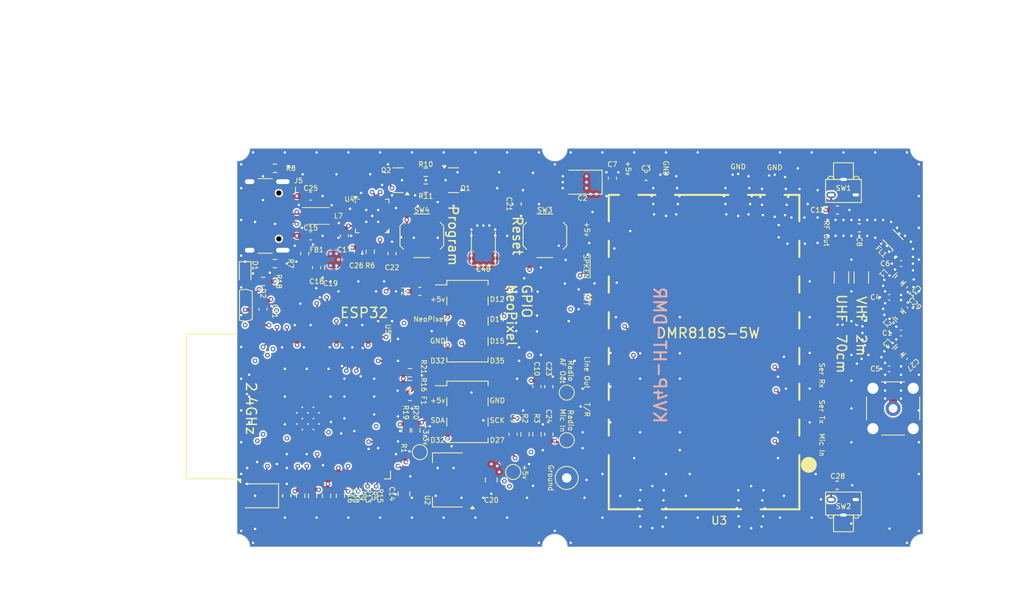
<source format=kicad_pcb>
(kicad_pcb (version 20241229) (generator "pcbnew") (generator_version "9.0")
  (title_block (title "kv4p HT") (date "2025-04-17") (rev "v2.1b") (company "VanceVagell") (comment 1 "https://github.com/VanceVagell/kv4p-ht") (comment 2 "v2 hardware by @SmittyHalibut"))
  (layers (0 "F.Cu" signal) (4 "In1.Cu" signal) (6 "In2.Cu" signal) (2 "B.Cu" signal) (13 "F.Paste" user) (15 "B.Paste" user) (5 "F.SilkS" user "F.Silkscreen") (7 "B.SilkS" user "B.Silkscreen") (1 "F.Mask" user) (3 "B.Mask" user) (25 "Edge.Cuts" user))
  (net 0 "")
  (net 1 "GND")
  (net 2 "Net-(U5-IO25)")
  (net 3 "/Radio CS")
  (net 4 "Net-(U5-IO34)")
  (net 5 "/PTT Button Right")
  (net 6 "+3.3V")
  (net 7 "/PTT Button Left")
  (net 8 "Net-(FL1-OUT)")
  (net 9 "Net-(U4-VDD)")
  (net 10 "VBUS")
  (net 11 "/SAO SCK")
  (net 12 "/SAO SDA")
  (net 13 "Net-(U4-D-)")
  (net 14 "Net-(U4-D+)")
  (net 15 "Net-(J5-CC2)")
  (net 16 "Net-(J5-CC1)")
  (net 17 "Net-(Q1-B)")
  (net 18 "/~{RTS}")
  (net 19 "/Enable{slash}~{Reset}")
  (net 20 "Net-(C1-Pad2)")
  (net 21 "/~{DTR}")
  (net 22 "Net-(Q2-B)")
  (net 23 "/GPIO0{slash}~{Program}")
  (net 24 "/Radio Mic In")
  (net 25 "Net-(U4-~{RST})")
  (net 26 "/Radio Rx")
  (net 27 "/Radio Tx")
  (net 28 "/Radio ~{PTT}")
  (net 36 "Net-(C9-Pad1)")
  (net 37 "+5V")
  (net 40 "/USB Rx")
  (net 42 "/USB Tx")
  (net 47 "/GPIO35")
  (net 48 "/NeoPixel DI")
  (net 50 "/GPIO14")
  (net 54 "/GPIO12")
  (net 56 "/GPIO15")
  (net 57 "/GPIO32")
  (net 58 "/Stock LED")
  (net 59 "Net-(C29-Pad2)")
  (net 60 "/ADC Bias")
  (net 61 "/GPIO27")
  (net 62 "Net-(J5-D--PadA7)")
  (net 63 "Net-(J5-D+-PadA6)")
  (net 64 "Net-(FL1-IN)")
  (net 65 "Net-(J1-In)")
  (net 66 "Net-(D1-A)")
  (net 67 "/NeoPixel DO")
  (net 68 "Net-(J2-Pin_1)")
  (net 69 "Net-(J3-Pin_1)")
  (net 70 "/Radio ANT")
  (net 71 "/Radio Line Out")
  (net 72 "/Radio SPKEN")
  (net 73 "/Radio T{slash}R")
  (footprint "Capacitor_SMD:C_0603_1608Metric" (layer "F.Cu") (at 196.22 114.25 -90)
    (property "Reference" "C39" (hide yes))
    (property "Value" "220pF Tune UHF")
  )
  (footprint "Capacitor_Tantalum_SMD:CP_EIA-3528-21_Kemet-B" (layer "F.Cu") (at 221 82.75 90)
    (property "Reference" "C40")
    (property "Value" "100uF 6.3v" (hide yes))
  )
  (footprint "Capacitor_Tantalum_SMD:CP_EIA-3528-21_Kemet-B" (layer "F.Cu") (at 233.5 74.75 180)
    (property "Reference" "C2")
    (property "Value" "100uF 6.3v")
  )
  (footprint "Resistor_SMD:R_0603_1608Metric" (layer "F.Cu") (at 273.360589 87 -135)
    (property "Reference" "R17" (hide yes))
    (property "Value" "0R")
  )
  (footprint "Resistor_SMD:R_0603_1608Metric" (layer "F.Cu") (at 211.25 106 -90)
    (property "Reference" "R19")
    (property "Value" "1.2k")
  )
  (footprint "TestPoint:TestPoint_Pad_D1.5mm" (layer "F.Cu") (at 213 108.75 90)
    (property "Reference" "TP2" (hide yes))
    (property "Value" "+3.3v")
  )
  (footprint "Capacitor_SMD:C_0603_1608Metric" (layer "F.Cu") (at 196.25 114.25 90)
    (property "Reference" "C38")
    (property "Value" "2.2nF Tuned VHF")
  )
  (footprint "kv4p-ht:SW-Push-SPST-Horizontal-C455252" (layer "F.Cu") (at 266.360589 74)
    (property "Reference" "SW1")
    (property "Value" "PTT")
  )
  (footprint "Capacitor_SMD:C_0805_2012Metric" (layer "F.Cu") (at 222 112.25 90)
    (property "Reference" "C20")
    (property "Value" "10uF")
  )
  (footprint "kv4p-ht:L_0805_2115Metric (Murata Inductors)" (layer "F.Cu") (at 273.360589 91.5 135)
    (property "Reference" "L2")
    (property "Value" "30nH")
  )
  (footprint "Resistor_SMD:R_1206_3216Metric" (layer "F.Cu") (at 266.110589 86.75 90)
    (property "Reference" "R23" (hide yes))
    (property "Value" "UHF")
  )
  (footprint "Fuse:Fuse_0603_1608Metric" (layer "F.Cu") (at 211.75 101.75)
    (property "Reference" "F1")
    (property "Value" "100mA")
  )
  (footprint "Connector_PinHeader_2.54mm:PinHeader_2x04_P2.54mm_Vertical_SMD" (layer "F.Cu") (at 219 92.25)
    (property "Reference" "J3" (hide yes))
    (property "Value" "GPIO Header")
  )
  (footprint "Capacitor_SMD:C_0603_1608Metric" (layer "F.Cu") (at 209.5 83.75 90)
    (property "Reference" "C22")
    (property "Value" "2.2nF Tuned VHF")
  )
  (footprint "Capacitor_SMD:C_0402_1005Metric" (layer "F.Cu") (at 272.110589 89.25)
    (property "Reference" "C4")
    (property "Value" "16pF")
  )
  (footprint "kv4p-ht:L_0805_2115Metric (Murata Inductors)" (layer "F.Cu") (at 273.360589 96 45)
    (property "Reference" "L3")
    (property "Value" "43nH")
  )
  (footprint "Button_Switch_SMD:SW_SPST_TL3342" (layer "F.Cu") (at 228.75 81.5 90)
    (property "Reference" "SW3")
    (property "Value" "Reset")
  )
  (footprint "Libraries:Conn_SMA_Close-to-board-edge" (layer "F.Cu") (at 272.610589 103.25 -90)
    (property "Reference" "J1" (hide yes))
    (property "Value" "Antenna")
  )
  (footprint "Capacitor_SMD:C_0603_1608Metric" (layer "F.Cu") (at 209.5 83.75 -90)
    (property "Reference" "C34" (hide yes))
    (property "Value" "220pF Tune UHF")
  )
  (footprint "Capacitor_SMD:C_0603_1608Metric" (layer "F.Cu") (at 229.25 106.5 90)
    (property "Reference" "C24")
    (property "Value" "2.2nF Tuned VHF")
  )
  (footprint "Resistor_SMD:R_0603_1608Metric" (layer "F.Cu") (at 226.25 106.5 90)
    (property "Reference" "R2")
    (property "Value" "10k")
  )
  (footprint "Resistor_SMD:R_1206_3216Metric" (layer "F.Cu") (at 268.610589 86.75 90)
    (property "Reference" "R22" (hide yes))
    (property "Value" "VHF")
  )
  (footprint "Resistor_SMD:R_0603_1608Metric" (layer "F.Cu") (at 273.360589 91.5 -45)
    (property "Reference" "R14" (hide yes))
    (property "Value" "0R")
  )
  (footprint "kv4p-ht:SW-Push-SPST-Horizontal-C455252" (layer "F.Cu") (at 266.360589 117.076 180)
    (property "Reference" "SW2")
    (property "Value" "PTT")
  )
  (footprint "Connector_USB:USB_C_Receptacle_HCTL_HC-TYPE-C-16P-01A" (layer "F.Cu") (at 192.64 79 -90)
    (property "Reference" "J5")
    (property "Value" "USB-C Socket")
  )
  (footprint "Capacitor_SMD:C_0603_1608Metric" (layer "F.Cu") (at 237.25 74.25 90)
    (property "Reference" "C7")
    (property "Value" "100nF")
  )
  (footprint "Resistor_SMD:R_0603_1608Metric" (layer "F.Cu") (at 194.75 85)
    (property "Reference" "R7")
    (property "Value" "5.1k")
  )
  (footprint "Inductor_SMD:L_CommonMode_Wurth_WE-CNSW-1206" (layer "F.Cu") (at 200.25 79)
    (property "Reference" "L7")
    (property "Value" "CMCC")
  )
  (footprint "Capacitor_SMD:C_0402_1005Metric" (layer "F.Cu") (at 274.110589 87.75 45)
    (property "Reference" "C31")
    (property "Value" "11pF")
  )
  (footprint "Package_TO_SOT_SMD:SOT-23" (layer "F.Cu") (at 210.25 74.5 180)
    (property "Reference" "Q2")
    (property "Value" "SS8050")
  )
  (footprint "Inductor_SMD:L_0603_1608Metric" (layer "F.Cu") (at 273.360589 96 45)
    (property "Reference" "L4" (hide yes))
    (property "Value" "~")
  )
  (footprint "Capacitor_SMD:C_0603_1608Metric" (layer "F.Cu") (at 205.25 83.5 -90)
    (property "Reference" "C26")
    (property "Value" "100nF")
  )
  (footprint "Capacitor_SMD:C_0603_1608Metric" (layer "F.Cu") (at 265.610589 78.25)
    (property "Reference" "C12")
    (property "Value" "2.2nF Tuned VHF")
  )
  (footprint "Capacitor_SMD:C_0603_1608Metric" (layer "F.Cu") (at 203.5 81.5 -90)
    (property "Reference" "C17")
    (property "Value" "1uF")
  )
  (footprint "Fuse:Fuse_0603_1608Metric" (layer "F.Cu") (at 213 88.5)
    (property "Reference" "F2")
    (property "Value" "100mA")
  )
  (footprint "Resistor_SMD:R_0603_1608Metric" (layer "F.Cu") (at 227.75 106.5 -90)
    (property "Reference" "R3")
    (property "Value" "1.2k")
  )
  (footprint "Capacitor_SMD:C_0603_1608Metric" (layer "F.Cu") (at 241.5 74)
    (property "Reference" "C3")
    (property "Value" "2.2nF Tuned VHF")
  )
  (footprint "Inductor_SMD:L_0603_1608Metric" (layer "F.Cu") (at 273.360589 91.5 135)
    (property "Reference" "L5" (hide yes))
    (property "Value" "~")
  )
  (footprint "Capacitor_SMD:C_0603_1608Metric" (layer "F.Cu") (at 229.25 106.5 -90)
    (property "Reference" "C32" (hide yes))
    (property "Value" "220pF Tune UHF")
  )
  (footprint "Capacitor_SMD:C_0603_1608Metric" (layer "F.Cu") (at 241.5 74 180)
    (property "Reference" "C30" (hide yes))
    (property "Value" "220pF Tune UHF")
  )
  (footprint "Capacitor_SMD:C_0603_1608Metric" (layer "F.Cu") (at 265.573 112.923)
    (property "Reference" "C28")
    (property "Value" "2.2nF Tuned VHF" (hide yes))
  )
  (footprint "Resistor_SMD:R_1206_3216Metric" (layer "F.Cu") (at 272.610589 82 -45)
    (property "Reference" "R4" (hide yes))
    (property "Value" "0R")
  )
  (footprint "TestPoint:TestPoint_Pad_D1.5mm" (layer "F.Cu") (at 224.75 111.25)
    (property "Reference" "TP1" (hide yes))
    (property "Value" "+5v")
  )
  (footprint "Capacitor_SMD:C_0603_1608Metric" (layer "F.Cu") (at 225.25 77.5 90)
    (property "Reference" "C37" (hide yes))
    (property "Value" "220pF Tune UHF" (hide yes))
  )
  (footprint "Capacitor_SMD:C_0805_2012Metric" (layer "F.Cu") (at 201.75 85.5 90)
    (property "Reference" "C19")
    (property "Value" "10uF")
  )
  (footprint "Filter:Filter_Mini-Circuits_FV1206" (layer "F.Cu") (at 272.610589 82 135)
    (property "Reference" "FL1")
    (property "Value" "LFCN-490+")
  )
  (footprint "Capacitor_SMD:C_0603_1608Metric" (layer "F.Cu") (at 268.360589 80.5 180)
    (property "Reference" "C8")
    (property "Value" "2.2nF Tuned VHF" (hide yes))
  )
  (footprint "Resistor_SMD:R_0603_1608Metric" (layer "F.Cu") (at 206.75 83.5 -90)
    (property "Reference" "R6")
    (property "Value" "1.2k")
  )
  (footprint "Package_TO_SOT_SMD:SOT-23" (layer "F.Cu") (at 217.25 74.5)
    (property "Reference" "Q1")
    (property "Value" "SS8050")
  )
  (footprint "LED_SMD:LED_0603_1608Metric" (layer "F.Cu") (at 191 86.25 -90)
    (property "Reference" "D1")
    (property "Value" "Red")
  )
  (footprint "Capacitor_SMD:C_0603_1608Metric" (layer "F.Cu") (at 199.25 81.5 180)
    (property "Reference" "C15")
    (property "Value" "100pF")
  )
  (footprint "Capacitor_SMD:C_0603_1608Metric" (layer "F.Cu") (at 200 85.5 -90)
    (property "Reference" "C18")
    (property "Value" "100nF")
  )
  (footprint "DMR818S:WIRELM-SMD_G-NICERF_DMR818-AMBE-X" (layer "F.Cu") (at 248.8 96.15 180)
    (property "Reference" "U3")
    (property "Value" "~")
  )
  (footprint "Resistor_SMD:R_0603_1608Metric" (layer "F.Cu") (at 198 114.25 -90)
    (property "Reference" "R9")
    (property "Value" "10k")
  )
  (footprint "Resistor_SMD:R_0603_1608Metric" (layer "F.Cu") (at 194.75 73)
    (property "Reference" "R8")
    (property "Value" "5.1k")
  )
  (footprint "Capacitor_SMD:C_0603_1608Metric" (layer "F.Cu") (at 225.25 77.5 -90)
    (property "Reference" "C21")
    (property "Value" "2.2nF Tuned VHF" (hide yes))
  )
  (footprint "Libraries:LED_SK6805_SIDE" (layer "F.Cu") (at 190.2875 90.25 -90)
    (property "Reference" "D2")
    (property "Value" "SK6812SIDE-4020")
  )
  (footprint "Resistor_SMD:R_0603_1608Metric" (layer "F.Cu") (at 211.75 98.75)
    (property "Reference" "R21")
    (property "Value" "100k")
  )
  (footprint "Resistor_SMD:R_0603_1608Metric" (layer "F.Cu") (at 193.25 87.25 180)
    (property "Reference" "R18")
    (property "Value" "1.2k")
  )
  (footprint "Resistor_SMD:R_0603_1608Metric" (layer "F.Cu") (at 213.75 75.5)
    (property "Reference" "R11")
    (property "Value" "10k")
  )
  (footprint "Capacitor_SMD:C_0805_2012Metric" (layer "F.Cu") (at 211 114 90)
    (property "Reference" "C14")
    (property "Value" "10uF")
  )
  (footprint "Capacitor_SMD:C_0402_1005Metric" (layer "F.Cu") (at 274.138406 90.777817 135)
    (property "Reference" "C29")
    (property "Value" "13pF")
  )
  (footprint "RF_Module:ESP32-WROOM-32D" (layer "F.Cu") (at 199.43 103 90)
    (property "Reference" "U5")
    (property "Value" "ESP32-WROOM-32E-N4")
  )
  (footprint "kv4p-ht:L_0805_2115Metric (Murata Inductors)" (layer "F.Cu") (at 273.360589 87 45)
    (property "Reference" "L1")
    (property "Value" "27nH")
  )
  (footprint "Capacitor_SMD:C_0402_1005Metric" (layer "F.Cu") (at 273.610589 93.75)
    (property "Reference" "C1")
    (property "Value" "18pF")
  )
  (footprint "Capacitor_SMD:C_0603_1608Metric" (layer "F.Cu") (at 229.25 100.5 90)
    (property "Reference" "C23")
    (property "Value" "2.2nF Tuned VHF")
  )
  (footprint "Resistor_SMD:R_0603_1608Metric" (layer "F.Cu") (at 199.5 114.25 -90)
    (property "Reference" "R13")
    (property "Value" "10k")
  )
  (footprint "Capacitor_SMD:C_0603_1608Metric" (layer "F.Cu") (at 199.25 76.5 180)
    (property "Reference" "C25")
    (property "Value" "100pF")
  )
  (footprint "Capacitor_SMD:C_0603_1608Metric" (layer "F.Cu") (at 268.360589 80.5 180)
    (property "Reference" "C13" (hide yes))
    (property "Value" "220pF Tune UHF")
  )
  (footprint "Capacitor_Tantalum_SMD:CP_EIA-3528-21_Kemet-B" (layer "F.Cu") (at 192.75 114.25 180)
    (property "Reference" "C16")
    (property "Value" "100uF 6.3v")
  )
  (footprint "Capacitor_SMD:C_0402_1005Metric" (layer "F.Cu") (at 274.110589 96.75 45)
    (property "Reference" "C27")
    (property "Value" "2.7pF")
  )
  (footprint "Capacitor_SMD:C_0402_1005Metric" (layer "F.Cu") (at 273.610589 85)
    (property "Reference" "C6")
    (property "Value" "5.1pF")
  )
  (footprint "Resistor_SMD:R_0603_1608Metric" (layer "F.Cu") (at 213.75 73.5 180)
    (property "Reference" "R10")
    (property "Value" "10k")
  )
  (footprint "Resistor_SMD:R_0603_1608Metric" (layer "F.Cu") (at 212.5 106 -90)
    (property "Reference" "R20")
    (property "Value" "1.2k")
  )
  (footprint "Capacitor_SMD:C_0603_1608Metric" (layer "F.Cu") (at 227.75 100.5 -90)
    (property "Reference" "C10")
    (property "Value" "1uF")
  )
  (footprint "Resistor_SMD:R_0603_1608Metric" (layer "F.Cu") (at 203 114.25 90)
    (property "Reference" "R15")
    (property "Value" "10k")
  )
  (footprint "Resistor_SMD:R_0603_1608Metric" (layer "F.Cu") (at 211.75 100.25 180)
    (property "Reference" "R16")
    (property "Value" "100k")
  )
  (footprint "Resistor_SMD:R_0603_1608Metric" (layer "F.Cu") (at 273.360589 96 -135)
    (property "Reference" "R12" (hide yes))
    (property "Value" "0R")
  )
  (footprint "Button_Switch_SMD:SW_SPST_TL3342" (layer "F.Cu") (at 213.25 81.5 90)
    (property "Reference" "SW4")
    (property "Value" "Program")
  )
  (footprint "Inductor_SMD:L_0603_1608Metric" (layer "F.Cu") (at 198.5 83.75 -90)
    (property "Reference" "FB1")
    (property "Value" "Ferrite Bead, 1A")
  )
  (footprint "Capacitor_SMD:C_0603_1608Metric" (layer "F.Cu") (at 265.610589 78.25 180)
    (property "Reference" "C35" (hide yes))
    (property "Value" "220pF Tune UHF")
  )
  (footprint "Capacitor_SMD:C_0603_1608Metric" (layer "F.Cu") (at 193.25 90.75 -90)
    (property "Reference" "C11")
    (property "Value" "100nF")
  )
  (footprint "Package_DFN_QFN:QFN-24-1EP_4x4mm_P0.5mm_EP2.6x2.6mm" (layer "F.Cu") (at 207 79)
    (property "Reference" "U4")
    (property "Value" "CP2102N-A02-GQFN24")
  )
  (footprint "Resistor_SMD:R_0603_1608Metric" (layer "F.Cu") (at 201.25 114.25 90)
    (property "Reference" "R5")
    (property "Value" "10k")
  )
  (footprint "Package_TO_SOT_SMD:SOT-223-3_TabPin2" (layer "F.Cu") (at 216.5 112.25 180)
    (property "Reference" "U2")
    (property "Value" "AZ1117H-3.3TRG1")
  )
  (footprint "Capacitor_SMD:C_0603_1608Metric" (layer "F.Cu") (at 265.547 112.923 180)
    (property "Reference" "C36" (hide yes))
    (property "Value" "220pF Tune UHF" (hide yes))
  )
  (footprint "Resistor_SMD:R_0603_1608Metric" (layer "F.Cu") (at 211 110.25 90)
    (property "Reference" "R1")
    (property "Value" "100k")
  )
  (footprint "Inductor_SMD:L_0603_1608Metric" (layer "F.Cu") (at 273.360589 87 45)
    (property "Reference" "L6" (hide yes))
    (property "Value" "~" (hide yes))
  )
  (footprint "Capacitor_SMD:C_0603_1608Metric" (layer "F.Cu") (at 229.25 100.5 -90)
    (property "Reference" "C33" (hide yes))
    (property "Value" "220pF Tune UHF")
  )
  (footprint "Capacitor_SMD:C_0402_1005Metric" (layer "F.Cu") (at 272.110589 98.25)
    (property "Reference" "C5")
    (property "Value" "10pF")
  )
  (footprint "TestPoint:TestPoint_Pad_D1.5mm" (layer "F.Cu") (at 231.5 101.25)
    (property "Reference" "TP5" (hide yes))
    (property "Value" "Radio Line Out" (hide yes))
  )
  (footprint "TestPoint:TestPoint_THTPad_D2.5mm_Drill1.2mm" (layer "F.Cu") (at 231.5 112)
    (property "Reference" "TP3" (hide yes))
    (property "Value" "Gnd")
  )
  (footprint "Connector_PinHeader_2.54mm:PinHeader_2x03_P2.54mm_Vertical_SMD" (layer "F.Cu") (at 219 103.68)
    (property "Reference" "J2" (hide yes))
    (property "Value" "SAO v.69bis")
  )
  (footprint "Capacitor_SMD:C_0603_1608Metric" (layer "F.Cu") (at 224.75 106.5 -90)
    (property "Reference" "C9")
    (property "Value" "1uF")
  )
  (footprint "TestPoint:TestPoint_Pad_D1.5mm" (layer "F.Cu") (at 231.5 107.25 -90)
    (property "Reference" "TP4" (hide yes))
    (property "Value" "Radio Mic")
  )
  (gr_line (start 191.6 120.67) (end 228.4 120.67) (stroke (width 0.05)) (layer "Edge.Cuts"))
  (gr_line (start 276.360589 119.06999) (end 276.360589 72.1) (stroke (width 0.05)) (layer "Edge.Cuts"))
  (gr_arc (start 274.760589 120.67) (mid 275.229218 119.538629) (end 276.360589 119.07) (stroke (width 0.05)) (layer "Edge.Cuts"))
  (gr_line (start 274.760589 70.5) (end 231.6 70.5) (stroke (width 0.05)) (layer "Edge.Cuts"))
  (gr_arc (start 231.6 70.5) (mid 230 72.1) (end 228.4 70.5) (stroke (width 0.05)) (layer "Edge.Cuts"))
  (gr_arc (start 276.360589 72.1) (mid 275.229218 71.631371) (end 274.760589 70.5) (stroke (width 0.05)) (layer "Edge.Cuts"))
  (gr_line (start 228.4 70.5) (end 191.6 70.5) (stroke (width 0.05)) (layer "Edge.Cuts"))
  (gr_arc (start 228.4 120.67) (mid 230 119.07) (end 231.6 120.67) (stroke (width 0.05)) (layer "Edge.Cuts"))
  (gr_arc (start 191.6 70.5) (mid 191.131371 71.631371) (end 190 72.1) (stroke (width 0.05)) (layer "Edge.Cuts"))
  (gr_line (start 231.6 120.67) (end 274.760589 120.67) (stroke (width 0.05)) (layer "Edge.Cuts"))
  (gr_line (start 190 72.1) (end 190 119.07) (stroke (width 0.05)) (layer "Edge.Cuts"))
  (gr_arc (start 190 119.07) (mid 191.131371 119.538629) (end 191.6 120.67) (stroke (width 0.05)) (layer "Edge.Cuts"))
  (gr_text "+5v" (at 215.25 102.25 0) (layer "F.SilkS") (effects (font (size 0.635 0.635) (thickness 0.1016))))
  (gr_text "Radio\nMic In" (at 231.5 104.75 -90) (layer "F.SilkS") (effects (font (size 0.635 0.635) (thickness 0.1016))))
  (gr_text "+5v" (at 234.064 80.665 270) (layer "F.SilkS") (effects (font (size 0.635 0.635) (thickness 0.1016))))
  (gr_text "GND" (at 244 73 270) (layer "F.SilkS") (effects (font (size 0.635 0.635) (thickness 0.1016))))
  (gr_text "Ser Rx" (at 263.274 99.08 270) (layer "F.SilkS") (effects (font (size 0.635 0.635) (thickness 0.1016)) (justify bottom)))
  (gr_text "RF Out" (at 263.860589 81.2 -90) (layer "F.SilkS") (effects (font (size 0.635 0.635) (thickness 0.1016)) (justify bottom)))
  (gr_text "GND" (at 257.7 72.9 0) (layer "F.SilkS") (effects (font (size 0.635 0.635) (thickness 0.1016))))
  (gr_text "D32" (at 215.25 107.25 0) (layer "F.SilkS") (effects (font (size 0.635 0.635) (thickness 0.1016))))
  (gr_text "D12" (at 222.75 89.5 0) (layer "F.SilkS") (effects (font (size 0.635 0.635) (thickness 0.1016))))
  (gr_text "Line Out" (at 234.064 98.699 270) (layer "F.SilkS") (effects (font (size 0.635 0.635) (thickness 0.1016))))
  (gr_text "+5v" (at 239.25 73 270) (layer "F.SilkS") (effects (font (size 0.635 0.635) (thickness 0.1016))))
  (gr_text "Ser Tx" (at 263.274 103.652 270) (layer "F.SilkS") (effects (font (size 0.635 0.635) (thickness 0.1016)) (justify bottom)))
  (gr_text "Reset" (at 226 81.5 -90) (layer "F.SilkS") (effects (font (size 1.2 1.2) (thickness 0.18)) (justify top)))
  (gr_text "Mic In" (at 263.274 107.843 270) (layer "F.SilkS") (effects (font (size 0.635 0.635) (thickness 0.1016)) (justify bottom)))
  (gr_text "D32" (at 215.25 97.25 0) (layer "F.SilkS") (effects (font (size 0.635 0.635) (thickness 0.1016))))
  (gr_text "D14" (at 222.75 92 0) (layer "F.SilkS") (effects (font (size 0.635 0.635) (thickness 0.1016))))
  (gr_text "GND" (at 222.75 102.25 0) (layer "F.SilkS") (effects (font (size 0.635 0.635) (thickness 0.1016))))
  (gr_text "GND" (at 253.1 72.8 0) (layer "F.SilkS") (effects (font (size 0.635 0.635) (thickness 0.1016))))
  (gr_text "VHF, 2m" (at 268.610589 89 270) (layer "F.SilkS") (effects (font (size 1.2 1.2) (thickness 0.18)) (justify left)))
  (gr_text "GPIO\nNeoPixel" (at 225.5 87.5 270) (layer "F.SilkS") (effects (font (size 1.2 1.2) (thickness 0.18)) (justify left)))
  (gr_text "~{PTT}" (at 233.937 89.5 -90) (layer "F.SilkS") (effects (font (size 0.635 0.635) (thickness 0.1016))))
  (gr_text "UHF: 70cm" (at 266.110589 88.75 270) (layer "F.SilkS") (effects (font (size 1.2 1.2) (thickness 0.18)) (justify left)))
  (gr_text "SDA" (at 215.25 104.75 0) (layer "F.SilkS") (effects (font (size 0.635 0.635) (thickness 0.1016))))
  (gr_text "+5v" (at 215.25 89.5 0) (layer "F.SilkS") (effects (font (size 0.635 0.635) (thickness 0.1016))))
  (gr_text "~{SPKEN}" (at 233.937 85.364 270) (layer "F.SilkS") (effects (font (size 0.635 0.635) (thickness 0.1016))))
  (gr_text "T/R" (at 234.064 103.398 270) (layer "F.SilkS") (effects (font (size 0.635 0.635) (thickness 0.1016))))
  (gr_text "Radio\nAF Out" (at 231.5 98.5 -90) (layer "F.SilkS") (effects (font (size 0.635 0.635) (thickness 0.1016))))
  (gr_text "GND" (at 215.25 94.75 0) (layer "F.SilkS") (effects (font (size 0.635 0.635) (thickness 0.1016))))
  (gr_text "Ground" (at 229.5 112 -90) (layer "F.SilkS") (effects (font (size 0.635 0.635) (thickness 0.1016))))
  (gr_text "Program" (at 216.5 81.5 270) (layer "F.SilkS") (effects (font (size 1.2 1.2) (thickness 0.18)) (justify bottom)))
  (gr_text "D27" (at 222.75 107.25 0) (layer "F.SilkS") (effects (font (size 0.635 0.635) (thickness 0.1016))))
  (gr_text "2.4GHz" (at 191.75 103.25 270) (layer "F.SilkS") (effects (font (size 1.27 1.27) (thickness 0.18))))
  (gr_text "SCK" (at 222.75 104.75 0) (layer "F.SilkS") (effects (font (size 0.635 0.635) (thickness 0.1016))))
  (gr_text "ESP32" (at 205.997 91.206 0) (layer "F.SilkS") (effects (font (size 1.27 1.27) (thickness 0.18))))
  (gr_text "DMR818S-5W" (at 249.304 93.76 0) (layer "F.SilkS") (effects (font (size 1.27 1.27) (thickness 0.18))))
  (gr_text "NeoPixel" (at 214.25 92 0) (layer "F.SilkS") (effects (font (size 0.635 0.635) (thickness 0.1016))))
  (gr_text "D35" (at 222.75 97.25 0) (layer "F.SilkS") (effects (font (size 0.635 0.635) (thickness 0.1016))))
  (gr_text "D15" (at 222.75 94.75 0) (layer "F.SilkS") (effects (font (size 0.635 0.635) (thickness 0.1016))))
  (gr_text "KV4P-HT-DMR" (at 244.097 96.54 270) (layer "B.SilkS") (effects (font (size 1.524 1.524) (thickness 0.254) (bold yes)) (justify top mirror)))
  (segment (start 256.435 115.83) (end 254.835 115.83) (width 0.762) (layer "F.Cu") (net 1))
  (segment (start 243.989 115.83) (end 242.389 115.83) (width 0.762) (layer "F.Cu") (net 1))
  (segment (start 245.7 76.5) (end 244 76.5) (width 0.762) (layer "F.Cu") (net 1))
  (segment (start 257.7 79.1) (end 257.7 76.4) (width 0.762) (layer "F.Cu") (net 1))
  (segment (start 253.1 73.7) (end 253.1 76.4) (width 0.762) (layer "F.Cu") (net 1))
  (segment (start 254.8 76.5) (end 253.2 76.5) (width 0.762) (layer "F.Cu") (net 1))
  (segment (start 252.935 115.83) (end 254.635 115.83) (width 0.762) (layer "F.Cu") (net 1))
  (segment (start 191.25 111.68) (end 191.18 111.75) (width 0.762) (layer "F.Cu") (net 1))
  (segment (start 253 76.5) (end 253.1 76.4) (width 0.762) (layer "F.Cu") (net 1))
  (segment (start 191.25 115.92) (end 191.25 117.3825) (width 0.762) (layer "F.Cu") (net 1))
  (segment (start 191.25 111.82) (end 191.18 111.75) (width 0.762) (layer "F.Cu") (net 1))
  (segment (start 254.735 113.03) (end 254.735 115.73) (width 0.762) (layer "F.Cu") (net 1))
  (segment (start 191.25 114.2125) (end 191.2125 114.25) (width 0.762) (layer "F.Cu") (net 1))
  (segment (start 191.25 112.75) (end 191.25 111.82) (width 0.762) (layer "F.Cu") (net 1))
  (segment (start 191.25 110.75) (end 191.25 111.68) (width 0.762) (layer "F.Cu") (net 1))
  (segment (start 196.25 112.75) (end 196.25 113.475) (width 0.762) (layer "F.Cu") (net 1))
  (segment (start 253.1 79) (end 253.1 76.4) (width 0.762) (layer "F.Cu") (net 1))
  (segment (start 243.9 76.4) (end 243.925 76.4) (width 0.762) (layer "F.Cu") (net 1))
  (segment (start 242.389 115.83) (end 242.289 115.73) (width 0.762) (layer "F.Cu") (net 1))
  (segment (start 196.25 110.75) (end 196.25 111.74) (width 0.762) (layer "F.Cu") (net 1))
  (segment (start 243.925 76.4) (end 243.95 76.375) (width 0.762) (layer "F.Cu") (net 1))
  (segment (start 244 73.7) (end 244 76.325) (width 0.762) (layer "F.Cu") (net 1))
  (segment (start 244 76.5) (end 243.9 76.4) (width 0.762) (layer "F.Cu") (net 1))
  (segment (start 244 76.325) (end 243.95 76.375) (width 0.762) (layer "F.Cu") (net 1))
  (segment (start 259.4 76.6) (end 257.9 76.6) (width 0.762) (layer "F.Cu") (net 1))
  (segment (start 257.5 76.6) (end 257.7 76.4) (width 0.762) (layer "F.Cu") (net 1))
  (segment (start 251.3 76.5) (end 253 76.5) (width 0.762) (layer "F.Cu") (net 1))
  (segment (start 254.835 115.83) (end 254.735 115.73) (width 0.762) (layer "F.Cu") (net 1))
  (segment (start 255.9 76.6) (end 257.5 76.6) (width 0.762) (layer "F.Cu") (net 1))
  (segment (start 242.189 115.83) (end 242.289 115.73) (width 0.762) (layer "F.Cu") (net 1))
  (segment (start 257.9 76.6) (end 257.7 76.4) (width 0.762) (layer "F.Cu") (net 1))
  (segment (start 242.289 113.03) (end 242.289 115.73) (width 0.762) (layer "F.Cu") (net 1))
  (segment (start 242.289 118.33) (end 242.289 115.73) (width 0.762) (layer "F.Cu") (net 1))
  (segment (start 243.825 76.5) (end 243.95 76.375) (width 0.762) (layer "F.Cu") (net 1))
  (segment (start 257.7 73.8) (end 257.7 76.4) (width 0.762) (layer "F.Cu") (net 1))
  (segment (start 196.25 111.74) (end 196.26 111.75) (width 0.762) (layer "F.Cu") (net 1))
  (segment (start 242.2 76.5) (end 243.825 76.5) (width 0.762) (layer "F.Cu") (net 1))
  (segment (start 254.635 115.83) (end 254.735 115.73) (width 0.762) (layer "F.Cu") (net 1))
  (segment (start 244 79) (end 244 76.425) (width 0.762) (layer "F.Cu") (net 1))
  (segment (start 253.2 76.5) (end 253.1 76.4) (width 0.762) (layer "F.Cu") (net 1))
  (segment (start 240.489 115.83) (end 242.189 115.83) (width 0.762) (layer "F.Cu") (net 1))
  (segment (start 254.735 118.33) (end 254.735 115.73) (width 0.762) (layer "F.Cu") (net 1))
  (segment (start 244 76.425) (end 243.95 76.375) (width 0.762) (layer "F.Cu") (net 1))
  (segment (start 196.26 111.75) (end 196.26 112.74) (width 0.762) (layer "F.Cu") (net 1))
  (segment (start 196.26 112.74) (end 196.25 112.75) (width 0.762) (layer "F.Cu") (net 1))
  (via (at 265.360589 81.5) (size 0.6) (drill 0.3) (layers "F.Cu" "B.Cu") (net 1))
  (via (at 256.1 75.6) (size 0.6) (drill 0.3) (layers "F.Cu" "B.Cu") (net 1))
  (via (at 271.610589 97.5) (size 0.6) (drill 0.3) (layers "F.Cu" "B.Cu") (net 1))
  (via (at 203.75 92.75) (size 0.6) (drill 0.3) (layers "F.Cu" "B.Cu") (net 1))
  (via (at 268.85 96) (size 0.6) (drill 0.3) (layers "F.Cu" "B.Cu") (net 1))
  (via (at 233.5 100.75) (size 0.6) (drill 0.3) (layers "F.Cu" "B.Cu") (net 1))
  (via (at 248 71) (size 0.6) (drill 0.3) (layers "F.Cu" "B.Cu") (net 1))
  (via (at 242.289 113.03) (size 0.6) (drill 0.3) (layers "F.Cu" "B.Cu") (net 1))
  (via (at 272.560589 95) (size 0.6) (drill 0.3) (layers "F.Cu" "B.Cu") (net 1))
  (via (at 207 79) (size 0.6) (drill 0.3) (layers "F.Cu" "B.Cu") (net 1))
  (via (at 210 109) (size 0.6) (drill 0.3) (layers "F.Cu" "B.Cu") (net 1))
  (via (at 226.5 114.5) (size 0.6) (drill 0.3) (layers "F.Cu" "B.Cu") (net 1))
  (via (at 248 117) (size 0.6) (drill 0.3) (layers "F.Cu" "B.Cu") (net 1))
  (via (at 196 101.75) (size 0.6) (drill 0.3) (layers "F.Cu" "B.Cu") (net 1))
  (via (at 204 117) (size 0.6) (drill 0.3) (layers "F.Cu" "B.Cu") (net 1))
  (via (at 240.75 96.3) (size 0.6) (drill 0.3) (layers "F.Cu" "B.Cu") (net 1))
  (via (at 233.25 103) (size 0.6) (drill 0.3) (layers "F.Cu" "B.Cu") (net 1))
  (via (at 190.5 72.5) (size 0.6) (drill 0.3) (layers "F.Cu" "B.Cu") (net 1))
  (via (at 211.8 111.8) (size 0.6) (drill 0.3) (layers "F.Cu" "B.Cu") (net 1))
  (via (at 238.25 114.25) (size 0.6) (drill 0.3) (layers "F.Cu" "B.Cu") (net 1))
  (via (at 201.5 98.25) (size 0.6) (drill 0.3) (layers "F.Cu" "B.Cu") (net 1))
  (via (at 199.25 92.75) (size 0.6) (drill 0.3) (layers "F.Cu" "B.Cu") (net 1))
  (via (at 262.360589 117) (size 0.6) (drill 0.3) (layers "F.Cu" "B.Cu") (net 1))
  (via (at 207.25 101.75) (size 0.6) (drill 0.3) (layers "F.Cu" "B.Cu") (net 1))
  (via (at 233 90.75) (size 0.6) (drill 0.3) (layers "F.Cu" "B.Cu") (net 1))
  (via (at 211.7 108.65) (size 0.6) (drill 0.3) (layers "F.Cu" "B.Cu") (net 1))
  (via (at 217 108) (size 0.6) (drill 0.3) (layers "F.Cu" "B.Cu") (net 1))
  (via (at 192.25 118.42) (size 0.6) (drill 0.3) (layers "F.Cu" "B.Cu") (net 1))
  (via (at 193.25 77) (size 0.6) (drill 0.3) (layers "F.Cu" "B.Cu") (net 1))
  (via (at 220 71) (size 0.6) (drill 0.3) (layers "F.Cu" "B.Cu") (net 1))
  (via (at 255.9 76.6) (size 0.6) (drill 0.3) (layers "F.Cu" "B.Cu") (net 1))
  (via (at 190.5 107.5) (size 0.6) (drill 0.3) (layers "F.Cu" "B.Cu") (net 1))
  (via (at 259.1 75.6) (size 0.6) (drill 0.3) (layers "F.Cu" "B.Cu") (net 1))
  (via (at 251.6 78.8) (size 0.6) (drill 0.3) (layers "F.Cu" "B.Cu") (net 1))
  (via (at 194.32 90.35) (size 0.6) (drill 0.3) (layers "F.Cu" "B.Cu") (net 1))
  (via (at 261.860589 77.5) (size 0.6) (drill 0.3) (layers "F.Cu" "B.Cu") (net 1))
  (via (at 228 71) (size 0.6) (drill 0.3) (layers "F.Cu" "B.Cu") (net 1))
  (via (at 272.660589 92.45) (size 0.6) (drill 0.3) (layers "F.Cu" "B.Cu") (net 1))
  (via (at 210 88.5) (size 0.6) (drill 0.3) (layers "F.Cu" "B.Cu") (net 1))
  (via (at 274.360589 120.17) (size 0.6) (drill 0.3) (layers "F.Cu" "B.Cu") (net 1))
  (via (at 253.235 118.13) (size 0.6) (drill 0.3) (layers "F.Cu" "B.Cu") (net 1))
  (via (at 271.110589 82.5) (size 0.6) (drill 0.3) (layers "F.Cu" "B.Cu") (net 1))
  (via (at 190.5 95.5) (size 0.6) (drill 0.3) (layers "F.Cu" "B.Cu") (net 1))
  (via (at 214.25 105.5) (size 0.6) (drill 0.3) (layers "F.Cu" "B.Cu") (net 1))
  (via (at 206.55 108.35) (size 0.6) (drill 0.3) (layers "F.Cu" "B.Cu") (net 1))
  (via (at 223 73.5) (size 0.6) (drill 0.3) (layers "F.Cu" "B.Cu") (net 1))
  (via (at 275.860589 80.5) (size 0.6) (drill 0.3) (layers "F.Cu" "B.Cu") (net 1))
  (via (at 264.360589 79.5) (size 0.6) (drill 0.3) (layers "F.Cu" "B.Cu") (net 1))
  (via (at 268.75 93.75) (size 0.6) (drill 0.3) (layers "F.Cu" "B.Cu") (net 1))
  (via (at 245.75 99.5) (size 0.6) (drill 0.3) (layers "F.Cu" "B.Cu") (net 1))
  (via (at 225.15 93.5) (size 0.6) (drill 0.3) (layers "F.Cu" "B.Cu") (net 1))
  (via (at 275.18 87.97) (size 0.6) (drill 0.3) (layers "F.Cu" "B.Cu") (net 1))
  (via (at 231.25 99.5) (size 0.6) (drill 0.3) (layers "F.Cu" "B.Cu") (net 1))
  (via (at 200.75 81.5) (size 0.6) (drill 0.3) (layers "F.Cu" "B.Cu") (net 1))
  (via (at 272.160589 91.95) (size 0.6) (drill 0.3) (layers "F.Cu" "B.Cu") (net 1))
  (via (at 197.75 77.6) (size 0.6) (drill 0.3) (layers "F.Cu" "B.Cu") (net 1))
  (via (at 208.5 87.25) (size 0.6) (drill 0.3) (layers "F.Cu" "B.Cu") (net 1))
  (via (at 243.589 118.13) (size 0.6) (drill 0.3) (layers "F.Cu" "B.Cu") (net 1))
  (via (at 254.5 75.5) (size 0.6) (drill 0.3) (layers "F.Cu" "B.Cu") (net 1))
  (via (at 190.5 118.67) (size 0.6) (drill 0.3) (layers "F.Cu" "B.Cu") (net 1))
  (via (at 272.160589 86.5) (size 0.6) (drill 0.3) (layers "F.Cu" "B.Cu") (net 1))
  (via (at 267.360589 96.5) (size 0.6) (drill 0.3) (layers "F.Cu" "B.Cu") (net 1))
  (via (at 269.5 96.5) (size 0.6) (drill 0.3) (layers "F.Cu" "B.Cu") (net 1))
  (via (at 200.75 76.5) (size 0.6) (drill 0.3) (layers "F.Cu" "B.Cu") (net 1))
  (via (at 196 71) (size 0.6) (drill 0.3) (layers "F.Cu" "B.Cu") (net 1))
  (via (at 194.1 86.15) (size 0.6) (drill 0.3) (layers "F.Cu" "B.Cu") (net 1))
  (via (at 258.2 81.7) (size 0.6) (drill 0.3) (layers "F.Cu" "B.Cu") (net 1))
  (via (at 240.689 116.83) (size 0.6) (drill 0.3) (layers "F.Cu" "B.Cu") (net 1))
  (via (at 242.289 118.33) (size 0.6) (drill 0.3) (layers "F.Cu" "B.Cu") (net 1))
  (via (at 242.5 78.8) (size 0.6) (drill 0.3) (layers "F.Cu" "B.Cu") (net 1))
  (via (at 221 80.2125) (size 0.6) (drill 0.3) (layers "F.Cu" "B.Cu") (net 1))
  (via (at 237 105) (size 0.6) (drill 0.3) (layers "F.Cu" "B.Cu") (net 1))
  (via (at 264.360589 81.5) (size 0.6) (drill 0.3) (layers "F.Cu" "B.Cu") (net 1))
  (via (at 215 114.25) (size 0.6) (drill 0.3) (layers "F.Cu" "B.Cu") (net 1))
  (via (at 267.465 112.923) (size 0.6) (drill 0.3) (layers "F.Cu" "B.Cu") (net 1))
  (via (at 267.360589 103.25) (size 0.6) (drill 0.3) (layers "F.Cu" "B.Cu") (net 1))
  (via (at 267.360589 81.5) (size 0.6) (drill 0.3) (layers "F.Cu" "B.Cu") (net 1))
  (via (at 237 96.25) (size 0.6) (drill 0.3) (layers "F.Cu" "B.Cu") (net 1))
  (via (at 244 71) (size 0.6) (drill 0.3) (layers "F.Cu" "B.Cu") (net 1))
  (via (at 271.360589 90.7) (size 0.6) (drill 0.3) (layers "F.Cu" "B.Cu") (net 1))
  (via (at 268.65 97) (size 0.6) (drill 0.3) (layers "F.Cu" "B.Cu") (net 1))
  (via (at 273.01 92.95) (size 0.6) (drill 0.3) (layers "F.Cu" "B.Cu") (net 1))
  (via (at 240 109.5) (size 0.6) (drill 0.3) (layers "F.Cu" "B.Cu") (net 1))
  (via (at 224 81.5) (size 0.6) (drill 0.3) (layers "F.Cu" "B.Cu") (net 1))
  (via (at 245.75 96.3) (size 0.6) (drill 0.3) (layers "F.Cu" "B.Cu") (net 1))
  (via (at 228.5 105.25) (size 0.6) (drill 0.3) (layers "F.Cu" "B.Cu") (net 1))
  (via (at 198.25 73.75) (size 0.6) (drill 0.3) (layers "F.Cu" "B.Cu") (net 1))
  (via (at 218.25 75.75) (size 0.6) (drill 0.3) (layers "F.Cu" "B.Cu") (net 1))
  (via (at 212 71) (size 0.6) (drill 0.3) (layers "F.Cu" "B.Cu") (net 1))
  (via (at 203.5 104.5) (size 0.6) (drill 0.3) (layers "F.Cu" "B.Cu") (net 1))
  (via (at 190.5 75.5) (size 0.6) (drill 0.3) (layers "F.Cu" "B.Cu") (net 1))
  (via (at 213.25 99.1) (size 0.6) (drill 0.3) (layers "F.Cu" "B.Cu") (net 1))
  (via (at 256.235 116.83) (size 0.6) (drill 0.3) (layers "F.Cu" "B.Cu") (net 1))
  (via (at 240.75 99.5) (size 0.6) (drill 0.3) (layers "F.Cu" "B.Cu") (net 1))
  (via (at 216.25 74.5) (size 0.6) (drill 0.3) (layers "F.Cu" "B.Cu") (net 1))
  (via (at 271.610589 101) (size 0.6) (drill 0.3) (layers "F.Cu" "B.Cu") (net 1))
  (via (at 234.191 83.84) (size 0.6) (drill 0.3) (layers "F.Cu" "B.Cu") (net 1))
  (via (at 228 120.17) (size 0.6) (drill 0.3) (layers "F.Cu" "B.Cu") (net 1))
  (via (at 243.716 113.558) (size 0.6) (drill 0.3) (layers "F.Cu" "B.Cu") (net 1))
  (via (at 275.110589 83.15) (size 0.6) (drill 0.3) (layers "F.Cu" "B.Cu") (net 1))
  (via (at 197.25 82.75) (size 0.6) (drill 0.3) (layers "F.Cu" "B.Cu") (net 1))
  (via (at 266.360589 71) (size 0.6) (drill 0.3) (layers "F.Cu" "B.Cu") (net 1))
  (via (at 234.75 78.5) (size 0.6) (drill 0.3) (layers "F.Cu" "B.Cu") (net 1))
  (via (at 258.360589 117) (size 0.6) (drill 0.3) (layers "F.Cu" "B.Cu") (net 1))
  (via (at 266.360589 79.5) (size 0.6) (drill 0.3) (layers "F.Cu" "B.Cu") (net 1))
  (via (at 271.610589 99) (size 0.6) (drill 0.3) (layers "F.Cu" "B.Cu") (net 1))
  (via (at 256.289 113.558) (size 0.6) (drill 0.3) (layers "F.Cu" "B.Cu") (net 1))
  (via (at 256.435 115.83) (size 0.6) (drill 0.3) (layers "F.Cu" "B.Cu") (net 1))
  (via (at 205.25 87.25) (size 0.6) (drill 0.3) (layers "F.Cu" "B.Cu") (net 1))
  (via (at 243.3 73.8) (size 0.6) (drill 0.3) (layers "F.Cu" "B.Cu") (net 1))
  (via (at 269.05 95.3) (size 0.6) (drill 0.3) (layers "F.Cu" "B.Cu") (net 1))
  (via (at 196 98.25) (size 0.6) (drill 0.3) (layers "F.Cu" "B.Cu") (net 1))
  (via (at 228.5 108.5) (size 0.6) (drill 0.3) (layers "F.Cu" "B.Cu") (net 1))
  (via (at 220.25 80.2125) (size 0.6) (drill 0.3) (layers "F.Cu" "B.Cu") (net 1))
  (via (at 240.489 115.83) (size 0.6) (drill 0.3) (layers "F.Cu" "B.Cu") (net 1))
  (via (at 202.5 73.75) (size 0.6) (drill 0.3) (layers "F.Cu" "B.Cu") (net 1))
  (via (at 205.6 76.1) (size 0.6) (drill 0.3) (layers "F.Cu" "B.Cu") (net 1))
  (via (at 245.75 91.75) (size 0.6) (drill 0.3) (layers "F.Cu" "B.Cu") (net 1))
  (via (at 221 104.75) (size 0.6) (drill 0.3) (layers "F.Cu" "B.Cu") (net 1))
  (via (at 275.860589 118.67) (size 0.6) (drill 0.3) (layers "F.Cu" "B.Cu") (net 1))
  (via (at 236.5 73.5) (size 0.6) (drill 0.3) (layers "F.Cu" "B.Cu") (net 1))
  (via (at 237.5 83.1) (size 0.6) (drill 0.3) (layers "F.Cu" "B.Cu") (net 1))
  (via (at 196.5 72.75) (size 0.6) (drill 0.3) (layers "F.Cu" "B.Cu") (net 1))
  (via (at 215.25 110.75) (size 0.6) (drill 0.3) (layers "F.Cu" "B.Cu") (net 1))
  (via (at 204.5 95.55) (size 0.6) (drill 0.3) (layers "F.Cu" "B.Cu") (net 1))
  (via (at 258.360589 71) (size 0.6) (drill 0.3) (layers "F.Cu" "B.Cu") (net 1))
  (via (at 270.360589 81.75) (size 0.6) (drill 0.3) (layers "F.Cu" "B.Cu") (net 1))
  (via (at 274.460589 89.9) (size 0.6) (drill 0.3) (layers "F.Cu" "B.Cu") (net 1))
  (via (at 207.25 99.5) (size 0.6) (drill 0.3) (layers "F.Cu" "B.Cu") (net 1))
  (via (at 244 79) (size 0.6) (drill 0.3) (layers "F.Cu" "B.Cu") (net 1))
  (via (at 226 75.75) (size 0.6) (drill 0.3) (layers "F.Cu" "B.Cu") (net 1))
  (via (at 267.110589 78.25) (size 0.6) (drill 0.3) (layers "F.Cu" "B.Cu") (net 1))
  (via (at 268.9 91.45) (size 0.6) (drill 0.3) (layers "F.Cu" "B.Cu") (net 1))
  (via (at 269.360589 79.5) (size 0.6) (drill 0.3) (layers "F.Cu" "B.Cu") (net 1))
  (via (at 190.5 91.5) (size 0.6) (drill 0.3) (layers "F.Cu" "B.Cu") (net 1))
  (via (at 269.360589 81.5) (size 0.6) (drill 0.3) (layers "F.Cu" "B.Cu") (net 1))
  (via (at 260.823089 75.6125) (size 0.6) (drill 0.3) (layers "F.Cu" "B.Cu") (net 1))
  (via (at 254.4 74) (size 0.6) (drill 0.3) (layers "F.Cu" "B.Cu") (net 1))
  (via (at 236.5 76.5) (size 0.6) (drill 0.3) (layers "F.Cu" "B.Cu") (net 1))
  (via (at 262.360589 71) (size 0.6) (drill 0.3) (layers "F.Cu" "B.Cu") (net 1))
  (via (at 230 118.67) (size 0.6) (drill 0.3) (layers "F.Cu" "B.Cu") (net 1))
  (via (at 253.135 116.83) (size 0.6) (drill 0.3) (layers "F.Cu" "B.Cu") (net 1))
  (via (at 254.4 78.8) (size 0.6) (drill 0.3) (layers "F.Cu" "B.Cu") (net 1))
  (via (at 226.75 110.25) (size 0.6) (drill 0.3) (layers "F.Cu" "B.Cu") (net 1))
  (via (at 197.25 92.75) (size 0.6) (drill 0.3) (layers "F.Cu" "B.Cu") (net 1))
  (via (at 269.05 92.2) (size 0.6) (drill 0.3) (layers "F.Cu" "B.Cu") (net 1))
  (via (at 190.5 111.5) (size 0.6) (drill 0.3) (layers "F.Cu" "B.Cu") (net 1))
  (via (at 227.841 88.539) (size 0.6) (drill 0.3) (layers "F.Cu" "B.Cu") (net 1))
  (via (at 233.5 108.25) (size 0.6) (drill 0.3) (layers "F.Cu" "B.Cu") (net 1))
  (via (at 198.15 80.5) (size 0.6) (drill 0.3) (layers "F.Cu" "B.Cu") (net 1))
  (via (at 207.25 104) (size 0.6) (drill 0.3) (layers "F.Cu" "B.Cu") (net 1))
  (via (at 263.110589 75.75) (size 0.6) (drill 0.3) (layers "F.Cu" "B.Cu") (net 1))
  (via (at 212.25 81.75) (size 0.6) (drill 0.3) (layers "F.Cu" "B.Cu") (net 1))
  (via (at 217.75 73.5) (size 0.6) (drill 0.3) (layers "F.Cu" "B.Cu") (net 1))
  (via (at 196.25 112.75) (size 0.6) (drill 0.3) (layers "F.Cu" "B.Cu") (net 1))
  (via (at 254.735 118.33) (size 0.6) (drill 0.3) (layers "F.Cu" "B.Cu") (net 1))
  (via (at 204.35 81.5) (size 0.6) (drill 0.3) (layers "F.Cu" "B.Cu") (net 1))
  (via (at 267.360589 79.5) (size 0.6) (drill 0.3) (layers "F.Cu" "B.Cu") (net 1))
  (via (at 245.75 108.5) (size 0.6) (drill 0.3) (layers "F.Cu" "B.Cu") (net 1))
  (via (at 271.110589 98.25) (size 0.6) (drill 0.3) (layers "F.Cu" "B.Cu") (net 1))
  (via (at 239.5 80.9) (size 0.6) (drill 0.3) (layers "F.Cu" "B.Cu") (net 1))
  (via (at 202.8 79.9) (size 0.6) (drill 0.3) (layers "F.Cu" "B.Cu") (net 1))
  (via (at 256.135 114.83) (size 0.6) (drill 0.3) (layers "F.Cu" "B.Cu") (net 1))
  (via (at 234 112.25) (size 0.6) (drill 0.3) (layers "F.Cu" "B.Cu") (net 1))
  (via (at 263.528 114.701) (size 0.6) (drill 0.3) (layers "F.Cu" "B.Cu") (net 1))
  (via (at 268.75 94.6) (size 0.6) (drill 0.3) (layers "F.Cu" "B.Cu") (net 1))
  (via (at 262.110589 91.75) (size 0.6) (drill 0.3) (layers "F.Cu" "B.Cu") (net 1))
  (via (at 190.5 84) (size 0.6) (drill 0.3) (layers "F.Cu" "B.Cu") (net 1))
  (via (at 190.5 99.5) (size 0.6) (drill 0.3) (layers "F.Cu" "B.Cu") (net 1))
  (via (at 208.95 80.95) (size 0.6) (drill 0.3) (layers "F.Cu" "B.Cu") (net 1))
  (via (at 221 114.5) (size 0.6) (drill 0.3) (layers "F.Cu" "B.Cu") (net 1))
  (via (at 192.5 110) (size 0.6) (drill 0.3) (layers "F.Cu" "B.Cu") (net 1))
  (via (at 240 71) (size 0.6) (drill 0.3) (layers "F.Cu" "B.Cu") (net 1))
  (via (at 271.360589 79.5) (size 0.6) (drill 0.3) (layers "F.Cu" "B.Cu") (net 1))
  (via (at 274.460589 88.59) (size 0.6) (drill 0.3) (layers "F.Cu" "B.Cu") (net 1))
  (via (at 273.610589 89.6) (size 0.6) (drill 0.3) (layers "F.Cu" "B.Cu") (net 1))
  (via (at 196.25 85) (size 0.6) (drill 0.3) (layers "F.Cu" "B.Cu") (net 1))
  (via (at 203.5 101.75) (size 0.6) (drill 0.3) (layers "F.Cu" "B.Cu") (net 1))
  (via (at 247 111.5) (size 0.6) (drill 0.3) (layers "F.Cu" "B.Cu") (net 1))
  (via (at 254.6 77.5) (size 0.6) (drill 0.3) (layers "F.Cu" "B.Cu") (net 1))
  (via (at 240.795 113.527) (size 0.6) (drill 0.3) (layers "F.Cu" "B.Cu") (net 1))
  (via (at 203.25 95.6) (size 0.6) (drill 0.3) (layers "F.Cu" "B.Cu") (net 1))
  (via (at 210.75 74.5) (size 0.6) (drill 0.3) (layers "F.Cu" "B.Cu") (net 1))
  (via (at 262.110589 96.25) (size 0.6) (drill 0.3) (layers "F.Cu" "B.Cu") (net 1))
  (via (at 207.75 79.75) (size 0.6) (drill 0.3) (layers "F.Cu" "B.Cu") (net 1))
  (via (at 195 110.25) (size 0.6) (drill 0.3) (layers "F.Cu" "B.Cu") (net 1))
  (via (at 225.25 99.5) (size 0.6) (drill 0.3) (layers "F.Cu" "B.Cu") (net 1))
  (via (at 208 71) (size 0.6) (drill 0.3) (layers "F.Cu" "B.Cu") (net 1))
  (via (at 198.75 98.25) (size 0.6) (drill 0.3) (layers "F.Cu" "B.Cu") (net 1))
  (via (at 230.5 82.75) (size 0.6) (drill 0.3) (layers "F.Cu" "B.Cu") (net 1))
  (via (at 191.5 105) (size 0.6) (drill 0.3) (layers "F.Cu" "B.Cu") (net 1))
  (via (at 243.689 114.83) (size 0.6) (drill 0.3) (layers "F.Cu" "B.Cu") (net 1))
  (via (at 197.95 90.05) (size 0.6) (drill 0.3) (layers "F.Cu" "B.Cu") (net 1))
  (via (at 200.4 89.25) (size 0.6) (drill 0.3) (layers "F.Cu" "B.Cu") (net 1))
  (via (at 233.75 114.5) (size 0.6) (drill 0.3) (layers "F.Cu" "B.Cu") (net 1))
  (via (at 265.360589 79.5) (size 0.6) (drill 0.3) (layers "F.Cu" "B.Cu") (net 1))
  (via (at 237.8 87.4) (size 0.6) (drill 0.3) (layers "F.Cu" "B.Cu") (net 1))
  (via (at 273.610589 88.95) (size 0.6) (drill 0.3) (layers "F.Cu" "B.Cu") (net 1))
  (via (at 227.25 73.583558) (size 0.6) (drill 0.3) (layers "F.Cu" "B.Cu") (net 1))
  (via (at 198.4 95.55) (size 0.6) (drill 0.3) (layers "F.Cu" "B.Cu") (net 1))
  (via (at 224 71) (size 0.6) (drill 0.3) (layers "F.Cu" "B.Cu") (net 1))
  (via (at 267.360589 88.5) (size 0.6) (drill 0.3) (layers "F.Cu" "B.Cu") (net 1))
  (via (at 275.860589 99) (size 0.6) (drill 0.3) (layers "F.Cu" "B.Cu") (net 1))
  (via (at 232 71) (size 0.6) (drill 0.3) (layers "F.Cu" "B.Cu") (net 1))
  (via (at 275.110589 85.85) (size 0.6) (drill 0.3) (layers "F.Cu" "B.Cu") (net 1))
  (via (at 227.75 91.55) (size 0.6) (drill 0.3) (layers "F.Cu" "B.Cu") (net 1))
  (via (at 274.860589 82.25) (size 0.6) (drill 0.3) (layers "F.Cu" "B.Cu") (net 1))
  (via (at 261.5 82.5) (size 0.6) (drill 0.3) (layers "F.Cu" "B.Cu") (net 1))
  (via (at 197.45 84.75) (size 0.6) (drill 0.3) (layers "F.Cu" "B.Cu") (net 1))
  (via (at 273.01 94.55) (size 0.6) (drill 0.3) (layers "F.Cu" "B.Cu") (net 1))
  (via (at 221.75 80.2125) (size 0.6) (drill 0.3) (layers "F.Cu" "B.Cu") (net 1))
  (via (at 271.510589 91.45) (size 0.6) (drill 0.3) (layers "F.Cu" "B.Cu") (net 1))
  (via (at 201.9 77.65) (size 0.6) (drill 0.3) (layers "F.Cu" "B.Cu") (net 1))
  (via (at 231.75 92.25) (size 0.6) (drill 0.3) (layers "F.Cu" "B.Cu") (net 1))
  (via (at 191 84.75) (size 0.6) (drill 0.3) (layers "F.Cu" "B.Cu") (net 1))
  (via (at 262.860589 111.5) (size 0.6) (drill 0.3) (layers "F.Cu" "B.Cu") (net 1))
  (via (at 193.25 74) (size 0.6) (drill 0.3) (layers "F.Cu" "B.Cu") (net 1))
  (via (at 257.7 73.8) (size 0.6) (drill 0.3) (layers "F.Cu" "B.Cu") (net 1))
  (via (at 275.210589 87) (size 0.6) (drill 0.3) (layers "F.Cu" "B.Cu") (net 1))
  (via (at 271.610589 88.5) (size 0.6) (drill 0.3) (layers "F.Cu" "B.Cu") (net 1))
  (via (at 231.373 84.533942) (size 0.6) (drill 0.3) (layers "F.Cu" "B.Cu") (net 1))
  (via (at 203.5 99.5) (size 0.6) (drill 0.3) (layers "F.Cu" "B.Cu") (net 1))
  (via (at 261.446589 79.2) (size 0.6) (drill 0.3) (layers "F.Cu" "B.Cu") (net 1))
  (via (at 226.15 86.85) (size 0.6) (drill 0.3) (layers "F.Cu" "B.Cu") (net 1))
  (via (at 228 77.5) (size 0.6) (drill 0.3) (layers "F.Cu" "B.Cu") (net 1))
  (via (at 271.510589 87.05) (size 0.6) (drill 0.3) (layers "F.Cu" "B.Cu") (net 1))
  (via (at 275.110589 85) (size 0.6) (drill 0.3) (layers "F.Cu" "B.Cu") (net 1))
  (via (at 272.860589 84.25) (size 0.6) (drill 0.3) (layers "F.Cu" "B.Cu") (net 1))
  (via (at 202.75 88.5) (size 0.6) (drill 0.3) (layers "F.Cu" "B.Cu") (net 1))
  (via (at 240.789 118.13) (size 0.6) (drill 0.3) (layers "F.Cu" "B.Cu") (net 1))
  (via (at 225.75 79) (size 0.6) (drill 0.3) (layers "F.Cu" "B.Cu") (net 1))
  (via (at 192.25 79.75) (size 0.6) (drill 0.3) (layers "F.Cu" "B.Cu") (net 1))
  (via (at 205.75 92.75) (size 0.6) (drill 0.3) (layers "F.Cu" "B.Cu") (net 1))
  (via (at 262.110589 87.25) (size 0.6) (drill 0.3) (layers "F.Cu" "B.Cu") (net 1))
  (via (at 242.4 75.5) (size 0.6) (drill 0.3) (layers "F.Cu" "B.Cu") (net 1))
  (via (at 192.25 114.25) (size 0.6) (drill 0.3) (layers "F.Cu" "B.Cu") (net 1))
  (via (at 208.25 75.1) (size 0.6) (drill 0.3) (layers "F.Cu" "B.Cu") (net 1))
  (via (at 192 71) (size 0.6) (drill 0.3) (layers "F.Cu" "B.Cu") (net 1))
  (via (at 259.4 76.6) (size 0.6) (drill 0.3) (layers "F.Cu" "B.Cu") (net 1))
  (via (at 240.689 114.83) (size 0.6) (drill 0.3) (layers "F.Cu" "B.Cu") (net 1))
  (via (at 191.25 112.75) (size 0.6) (drill 0.3) (layers "F.Cu" "B.Cu") (net 1))
  (via (at 256.2 78.9) (size 0.6) (drill 0.3) (layers "F.Cu" "B.Cu") (net 1))
  (via (at 270.360589 71) (size 0.6) (drill 0.3) (layers "F.Cu" "B.Cu") (net 1))
  (via (at 207.75 92.25) (size 0.6) (drill 0.3) (layers "F.Cu" "B.Cu") (net 1))
  (via (at 246.5 114.25) (size 0.6) (drill 0.3) (layers "F.Cu" "B.Cu") (net 1))
  (via (at 231 74.75) (size 0.6) (drill 0.3) (layers "F.Cu" "B.Cu") (net 1))
  (via (at 225.5 95.55) (size 0.6) (drill 0.3) (layers "F.Cu" "B.Cu") (net 1))
  (via (at 275.860589 84.5) (size 0.6) (drill 0.3) (layers "F.Cu" "B.Cu") (net 1))
  (via (at 190.5 88) (size 0.6) (drill 0.3) (layers "F.Cu" "B.Cu") (net 1))
  (via (at 212.4 76.4) (size 0.6) (drill 0.3) (layers "F.Cu" "B.Cu") (net 1))
  (via (at 227.25 113) (size 0.6) (drill 0.3) (layers "F.Cu" "B.Cu") (net 1))
  (via (at 196 117) (size 0.6) (drill 0.3) (layers "F.Cu" "B.Cu") (net 1))
  (via (at 191.5 99) (size 0.6) (drill 0.3) (layers "F.Cu" "B.Cu") (net 1))
  (via (at 207.5 88.5) (size 0.6) (drill 0.3) (layers "F.Cu" "B.Cu") (net 1))
  (via (at 258.110589 109.5) (size 0.6) (drill 0.3) (layers "F.Cu" "B.Cu") (net 1))
  (via (at 271.610589 102) (size 0.6) (drill 0.3) (layers "F.Cu" "B.Cu") (net 1))
  (via (at 272.010589 95.55) (size 0.6) (drill 0.3) (layers "F.Cu" "B.Cu") (net 1))
  (via (at 203.1 106.4) (size 0.6) (drill 0.3) (layers "F.Cu" "B.Cu") (net 1))
  (via (at 201.75 87.25) (size 0.6) (drill 0.3) (layers "F.Cu" "B.Cu") (net 1))
  (via (at 275.860589 88.5) (size 0.6) (drill 0.3) (layers "F.Cu" "B.Cu") (net 1))
  (via (at 259.8 79.2) (size 0.6) (drill 0.3) (layers "F.Cu" "B.Cu") (net 1))
  (via (at 266.360589 81.5) (size 0.6) (drill 0.3) (layers "F.Cu" "B.Cu") (net 1))
  (via (at 195.65 95.55) (size 0.6) (drill 0.3) (layers "F.Cu" "B.Cu") (net 1))
  (via (at 268.360589 81.5) (size 0.6) (drill 0.3) (layers "F.Cu" "B.Cu") (net 1))
  (via (at 212 114.5) (size 0.6) (drill 0.3) (layers "F.Cu" "B.Cu") (net 1))
  (via (at 228.25 96.5) (size 0.6) (drill 0.3) (layers "F.Cu" "B.Cu") (net 1))
  (via (at 271.148 96.8) (size 0.6) (drill 0.3) (layers "F.Cu" "B.Cu") (net 1))
  (via (at 199.55 82.6) (size 0.6) (drill 0.3) (layers "F.Cu" "B.Cu") (net 1))
  (via (at 203.2 97.9) (size 0.6) (drill 0.3) (layers "F.Cu" "B.Cu") (net 1))
  (via (at 200 71) (size 0.6) (drill 0.3) (layers "F.Cu" "B.Cu") (net 1))
  (via (at 201.65 95.55) (size 0.6) (drill 0.3) (layers "F.Cu" "B.Cu") (net 1))
  (via (at 260.610589 73) (size 0.6) (drill 0.3) (layers "F.Cu" "B.Cu") (net 1))
  (via (at 258.110589 99.25) (size 0.6) (drill 0.3) (layers "F.Cu" "B.Cu") (net 1))
  (via (at 210.65 81.7) (size 0.6) (drill 0.3) (layers "F.Cu" "B.Cu") (net 1))
  (via (at 232.5 97.25) (size 0.6) (drill 0.3) (layers "F.Cu" "B.Cu") (net 1))
  (via (at 218.25 114.5) (size 0.6) (drill 0.3) (layers "F.Cu" "B.Cu") (net 1))
  (via (at 238 73.5) (size 0.6) (drill 0.3) (layers "F.Cu" "B.Cu") (net 1))
  (via (at 210.5 106.1) (size 0.6) (drill 0.3) (layers "F.Cu" "B.Cu") (net 1))
  (via (at 234.34 82.41) (size 0.6) (drill 0.3) (layers "F.Cu" "B.Cu") (net 1))
  (via (at 252.4 73.8) (size 0.6) (drill 0.3) (layers "F.Cu" "B.Cu") (net 1))
  (via (at 216 117) (size 0.6) (drill 0.3) (layers "F.Cu" "B.Cu") (net 1))
  (via (at 204 71) (size 0.6) (drill 0.3) (layers "F.Cu" "B.Cu") (net 1))
  (via (at 215.25 81.75) (size 0.6) (drill 0.3) (layers "F.Cu" "B.Cu") (net 1))
  (via (at 267.360589 92.25) (size 0.6) (drill 0.3) (layers "F.Cu" "B.Cu") (net 1))
  (via (at 233.5 106.25) (size 0.6) (drill 0.3) (layers "F.Cu" "B.Cu") (net 1))
  (via (at 206.25 78.25) (size 0.6) (drill 0.3) (layers "F.Cu" "B.Cu") (net 1))
  (via (at 245.3 74) (size 0.6) (drill 0.3) (layers "F.Cu" "B.Cu") (net 1))
  (via (at 220 117) (size 0.6) (drill 0.3) (layers "F.Cu" "B.Cu") (net 1))
  (via (at 210.25 107.4) (size 0.6) (drill 0.3) (layers "F.Cu" "B.Cu") (net 1))
  (via (at 262.110589 105) (size 0.6) (drill 0.3) (layers "F.Cu" "B.Cu") (net 1))
  (via (at 200 117) (size 0.6) (drill 0.3) (layers "F.Cu" "B.Cu") (net 1))
  (via (at 259.2 77.6) (size 0.6) (drill 0.3) (layers "F.Cu" "B.Cu") (net 1))
  (via (at 253.135 114.83) (size 0.6) (drill 0.3) (layers "F.Cu" "B.Cu") (net 1))
  (via (at 191.25 110.75) (size 0.6) (drill 0.3) (layers "F.Cu" "B.Cu") (net 1))
  (via (at 253.1 79) (size 0.6) (drill 0.3) (layers "F.Cu" "B.Cu") (net 1))
  (via (at 272.110589 83.5) (size 0.6) (drill 0.3) (layers "F.Cu" "B.Cu") (net 1))
  (via (at 201.8 104.95) (size 0.6) (drill 0.3) (layers "F.Cu" "B.Cu") (net 1))
  (via (at 212 103.25) (size 0.6) (drill 0.3) (layers "F.Cu" "B.Cu") (net 1))
  (via (at 254.8 76.5) (size 0.6) (drill 0.3) (layers "F.Cu" "B.Cu") (net 1))
  (via (at 275.110589 84.15) (size 0.6) (drill 0.3) (layers "F.Cu" "B.Cu") (net 1))
  (via (at 240.75 106.25) (size 0.6) (drill 0.3) (layers "F.Cu" "B.Cu") (net 1))
  (via (at 256.035 118.13) (size 0.6) (drill 0.3) (layers "F.Cu" "B.Cu") (net 1))
  (via (at 224 117) (size 0.6) (drill 0.3) (layers "F.Cu" "B.Cu") (net 1))
  (via (at 219.5 80.7125) (size 0.6) (drill 0.3) (layers "F.Cu" "B.Cu") (net 1))
  (via (at 205.75 83.75) (size 0.6) (drill 0.3) (layers "F.Cu" "B.Cu") (net 1))
  (via (at 190.5 79.5) (size 0.6) (drill 0.3) (layers "F.Cu" "B.Cu") (net 1))
  (via (at 207.75 108.25) (size 0.6) (drill 0.3) (layers "F.Cu" "B.Cu") (net 1))
  (via (at 252.935 115.83) (size 0.6) (drill 0.3) (layers "F.Cu" "B.Cu") (net 1))
  (via (at 226.1 91.55) (size 0.6) (drill 0.3) (layers "F.Cu" "B.Cu") (net 1))
  (via (at 258.2 80.15) (size 0.6) (drill 0.3) (layers "F.Cu" "B.Cu") (net 1))
  (via (at 205.55 99.2) (size 0.6) (drill 0.3) (layers "F.Cu" "B.Cu") (net 1))
  (via (at 270.960589 89.25) (size 0.6) (drill 0.3) (layers "F.Cu" "B.Cu") (net 1))
  (via (at 258.110589 106.25) (size 0.6) (drill 0.3) (layers "F.Cu" "B.Cu") (net 1))
  (via (at 222 114) (size 0.6) (drill 0.3) (layers "F.Cu" "B.Cu") (net 1))
  (via (at 275.110589 90.55) (size 0.6) (drill 0.3) (layers "F.Cu" "B.Cu") (net 1))
  (via (at 272.291 93.75) (size 0.6) (drill 0.3) (layers "F.Cu" "B.Cu") (net 1))
  (via (at 210 78) (size 0.6) (drill 0.3) (layers "F.Cu" "B.Cu") (net 1))
  (via (at 225.5 97.25) (size 0.6) (drill 0.3) (layers "F.Cu" "B.Cu") (net 1))
  (via (at 192 86.25) (size 0.6) (drill 0.3) (layers "F.Cu" "B.Cu") (net 1))
  (via (at 231 75.5) (size 0.6) (drill 0.3) (layers "F.Cu" "B.Cu") (net 1))
  (via (at 272.164 118.384) (size 0.6) (drill 0.3) (layers "F.Cu" "B.Cu") (net 1))
  (via (at 273.610589 100) (size 0.6) (drill 0.3) (layers "F.Cu" "B.Cu") (net 1))
  (via (at 272.460589 85) (size 0.6) (drill 0.3) (layers "F.Cu" "B.Cu") (net 1))
  (via (at 207.75 78.25) (size 0.6) (drill 0.3) (layers "F.Cu" "B.Cu") (net 1))
  (via (at 268.05 97.6) (size 0.6) (drill 0.3) (layers "F.Cu" "B.Cu") (net 1))
  (via (at 201.75 101.75) (size 0.6) (drill 0.3) (layers "F.Cu" "B.Cu") (net 1))
  (via (at 275.860589 111.5) (size 0.6) (drill 0.3) (layers "F.Cu" "B.Cu") (net 1))
  (via (at 215.25 77.25) (size 0.6) (drill 0.3) (layers "F.Cu" "B.Cu") (net 1))
  (via (at 192 120.17) (size 0.6) (drill 0.3) (layers "F.Cu" "B.Cu") (net 1))
  (via (at 245.5 77.5) (size 0.6) (drill 0.3) (layers "F.Cu" "B.Cu") (net 1))
  (via (at 245.3 78.8) (size 0.6) (drill 0.3) (layers "F.Cu" "B.Cu") (net 1))
  (via (at 209.5 76.4) (size 0.6) (drill 0.3) (layers "F.Cu" "B.Cu") (net 1))
  (via (at 229.75 99.25) (size 0.6) (drill 0.3) (layers "F.Cu" "B.Cu") (net 1))
  (via (at 262.110589 100.75) (size 0.6) (drill 0.3) (layers "F.Cu" "B.Cu") (net 1))
  (via (at 244 111.5) (size 0.6) (drill 0.3) (layers "F.Cu" "B.Cu") (net 1))
  (via (at 212.75 77.75) (size 0.6) (drill 0.3) (layers "F.Cu" "B.Cu") (net 1))
  (via (at 275.860589 76.5) (size 0.6) (drill 0.3) (layers "F.Cu" "B.Cu") (net 1))
  (via (at 253.114 113.558) (size 0.6) (drill 0.3) (layers "F.Cu" "B.Cu") (net 1))
  (via (at 274.110589 81.5) (size 0.6) (drill 0.3) (layers "F.Cu" "B.Cu") (net 1))
  (via (at 217.25 110.75) (size 0.6) (drill 0.3) (layers "F.Cu" "B.Cu") (net 1))
  (via (at 212 117) (size 0.6) (drill 0.3) (layers "F.Cu" "B.Cu") (net 1))
  (via (at 259.110589 100.75) (size 0.6) (drill 0.3) (layers "F.Cu" "B.Cu") (net 1))
  (via (at 227.75 93.55) (size 0.6) (drill 0.3) (layers "F.Cu" "B.Cu") (net 1))
  (via (at 237.7 91.75) (size 0.6) (drill 0.3) (layers "F.Cu" "B.Cu") (net 1))
  (via (at 200.8 110.4) (size 0.6) (drill 0.3) (layers "F.Cu" "B.Cu") (net 1))
  (via (at 194.75 80) (size 0.6) (drill 0.3) (layers "F.Cu" "B.Cu") (net 1))
  (via (at 270.360589 79.5) (size 0.6) (drill 0.3) (layers "F.Cu" "B.Cu") (net 1))
  (via (at 242.2 76.5) (size 0.6) (drill 0.3) (layers "F.Cu" "B.Cu") (net 1))
  (via (at 206.25 79.75) (size 0.6) (drill 0.3) (layers "F.Cu" "B.Cu") (net 1))
  (via (at 222.5 81.4625) (size 0.6) (drill 0.3) (layers "F.Cu" "B.Cu") (net 1))
  (via (at 258.860589 96.75) (size 0.6) (drill 0.3) (layers "F.Cu" "B.Cu") (net 1))
  (via (at 222.5 80.7125) (size 0.6) (drill 0.3) (layers "F.Cu" "B.Cu") (net 1))
  (via (at 251.5 77.5) (size 0.6) (drill 0.3) (layers "F.Cu" "B.Cu") (net 1))
  (via (at 267.338 117.749) (size 0.6) (drill 0.3) (layers "F.Cu" "B.Cu") (net 1))
  (via (at 244 117) (size 0.6) (drill 0.3) (layers "F.Cu" "B.Cu") (net 1))
  (via (at 257.7 79.1) (size 0.6) (drill 0.3) (layers "F.Cu" "B.Cu") (net 1))
  (via (at 273.110589 80.5) (size 0.6) (drill 0.3) (layers "F.Cu" "B.Cu") (net 1))
  (via (at 209.5 82.25) (size 0.6) (drill 0.3) (layers "F.Cu" "B.Cu") (net 1))
  (via (at 200.75 86.75) (size 0.6) (drill 0.3) (layers "F.Cu" "B.Cu") (net 1))
  (via (at 191.5 101.75) (size 0.6) (drill 0.3) (layers "F.Cu" "B.Cu") (net 1))
  (via (at 208 117) (size 0.6) (drill 0.3) (layers "F.Cu" "B.Cu") (net 1))
  (via (at 259 74.1) (size 0.6) (drill 0.3) (layers "F.Cu" "B.Cu") (net 1))
  (via (at 235 87.5) (size 0.6) (drill 0.3) (layers "F.Cu" "B.Cu") (net 1))
  (via (at 251.5 75.5) (size 0.6) (drill 0.3) (layers "F.Cu" "B.Cu") (net 1))
  (via (at 271.610589 100) (size 0.6) (drill 0.3) (layers "F.Cu" "B.Cu") (net 1))
  (via (at 268.360589 79.5) (size 0.6) (drill 0.3) (layers "F.Cu" "B.Cu") (net 1))
  (via (at 196.25 109) (size 0.6) (drill 0.3) (layers "F.Cu" "B.Cu") (net 1))
  (via (at 275.860589 103.5) (size 0.6) (drill 0.3) (layers "F.Cu" "B.Cu") (net 1))
  (via (at 273.610589 99) (size 0.6) (drill 0.3) (layers "F.Cu" "B.Cu") (net 1))
  (via (at 258.860589 114.25) (size 0.6) (drill 0.3) (layers "F.Cu" "B.Cu") (net 1))
  (via (at 210.25 104.25) (size 0.6) (drill 0.3) (layers "F.Cu" "B.Cu") (net 1))
  (via (at 213.75 74.5) (size 0.6) (drill 0.3) (layers "F.Cu" "B.Cu") (net 1))
  (via (at 202.75 81.75) (size 0.6) (drill 0.3) (layers "F.Cu" "B.Cu") (net 1))
  (via (at 267.360589 107.5) (size 0.6) (drill 0.3) (layers "F.Cu" "B.Cu") (net 1))
  (via (at 199.95 88.1) (size 0.6) (drill 0.3) (layers "F.Cu" "B.Cu") (net 1))
  (via (at 251.3 76.5) (size 0.6) (drill 0.3) (layers "F.Cu" "B.Cu") (net 1))
  (via (at 219.5 101.25) (size 0.6) (drill 0.3) (layers "F.Cu" "B.Cu") (net 1))
  (via (at 209.5 92.25) (size 0.6) (drill 0.3) (layers "F.Cu" "B.Cu") (net 1))
  (via (at 242.4 77.5) (size 0.6) (drill 0.3) (layers "F.Cu" "B.Cu") (net 1))
  (via (at 232 120.17) (size 0.6) (drill 0.3) (layers "F.Cu" "B.Cu") (net 1))
  (via (at 209.95 114.05) (size 0.6) (drill 0.3) (layers "F.Cu" "B.Cu") (net 1))
  (via (at 209 72.5) (size 0.6) (drill 0.3) (layers "F.Cu" "B.Cu") (net 1))
  (via (at 210.25 94.5) (size 0.6) (drill 0.3) (layers "F.Cu" "B.Cu") (net 1))
  (via (at 268.75 92.9) (size 0.6) (drill 0.3) (layers "F.Cu" "B.Cu") (net 1))
  (via (at 190.5 103.5) (size 0.6) (drill 0.3) (layers "F.Cu" "B.Cu") (net 1))
  (via (at 272.860589 85.75) (size 0.6) (drill 0.3) (layers "F.Cu" "B.Cu") (net 1))
  (via (at 217.25 77.75) (size 0.6) (drill 0.3) (layers "F.Cu" "B.Cu") (net 1))
  (via (at 196 105.25) (size 0.6) (drill 0.3) (layers "F.Cu" "B.Cu") (net 1))
  (via (at 245.75 106.25) (size 0.6) (drill 0.3) (layers "F.Cu" "B.Cu") (net 1))
  (via (at 222.75 75.5) (size 0.6) (drill 0.3) (layers "F.Cu" "B.Cu") (net 1))
  (via (at 275.860589 72.5) (size 0.6) (drill 0.3) (layers "F.Cu" "B.Cu") (net 1))
  (via (at 243.989 115.83) (size 0.6) (drill 0.3) (layers "F.Cu" "B.Cu") (net 1))
  (via (at 236 71) (size 0.6) (drill 0.3) (layers "F.Cu" "B.Cu") (net 1))
  (via (at 231.27 87.523) (size 0.6) (drill 0.3) (layers "F.Cu" "B.Cu") (net 1))
  (via (at 257 73.9) (size 0.6) (drill 0.3) (layers "F.Cu" "B.Cu") (net 1))
  (via (at 271.610589 90) (size 0.6) (drill 0.3) (layers "F.Cu" "B.Cu") (net 1))
  (via (at 198.75 109) (size 0.6) (drill 0.3) (layers "F.Cu" "B.Cu") (net 1))
  (via (at 226 103.5) (size 0.6) (drill 0.3) (layers "F.Cu" "B.Cu") (net 1))
  (via (at 210.2 101) (size 0.6) (drill 0.3) (layers "F.Cu" "B.Cu") (net 1))
  (via (at 214.5 93.5) (size 0.6) (drill 0.3) (layers "F.Cu" "B.Cu") (net 1))
  (via (at 274.360589 71) (size 0.6) (drill 0.3) (layers "F.Cu" "B.Cu") (net 1))
  (via (at 245.7 76.5) (size 0.6) (drill 0.3) (layers "F.Cu" "B.Cu") (net 1))
  (via (at 254.735 113.03) (size 0.6) (drill 0.3) (layers "F.Cu" "B.Cu") (net 1))
  (via (at 267.360589 99.75) (size 0.6) (drill 0.3) (layers "F.Cu" "B.Cu") (net 1))
  (via (at 236 111.5) (size 0.6) (drill 0.3) (layers "F.Cu" "B.Cu") (net 1))
  (via (at 237 100.5) (size 0.6) (drill 0.3) (layers "F.Cu" "B.Cu") (net 1))
  (via (at 204.2 78.1) (size 0.6) (drill 0.3) (layers "F.Cu" "B.Cu") (net 1))
  (via (at 219.5 81.4625) (size 0.6) (drill 0.3) (layers "F.Cu" "B.Cu") (net 1))
  (via (at 245.4 75.5) (size 0.6) (drill 0.3) (layers "F.Cu" "B.Cu") (net 1))
  (via (at 275.860589 107.5) (size 0.6) (drill 0.3) (layers "F.Cu" "B.Cu") (net 1))
  (via (at 216 71) (size 0.6) (drill 0.3) (layers "F.Cu" "B.Cu") (net 1))
  (via (at 263.1 82.4) (size 0.6) (drill 0.3) (layers "F.Cu" "B.Cu") (net 1))
  (via (at 263.1 79.2) (size 0.6) (drill 0.3) (layers "F.Cu" "B.Cu") (net 1))
  (via (at 210.25 97.25) (size 0.6) (drill 0.3) (layers "F.Cu" "B.Cu") (net 1))
  (via (at 253.1 73.7) (size 0.6) (drill 0.3) (layers "F.Cu" "B.Cu") (net 1))
  (via (at 205.8 95.65) (size 0.6) (drill 0.3) (layers "F.Cu" "B.Cu") (net 1))
  (via (at 271.360589 87.8) (size 0.6) (drill 0.3) (layers "F.Cu" "B.Cu") (net 1))
  (via (at 231 74) (size 0.6) (drill 0.3) (layers "F.Cu" "B.Cu") (net 1))
  (via (at 244 73.7) (size 0.6) (drill 0.3) (layers "F.Cu" "B.Cu") (net 1))
  (via (at 233 88.25) (size 0.6) (drill 0.3) (layers "F.Cu" "B.Cu") (net 1))
  (via (at 272.360589 79.75) (size 0.6) (drill 0.3) (layers "F.Cu" "B.Cu") (net 1))
  (via (at 259 78.9) (size 0.6) (drill 0.3) (layers "F.Cu" "B.Cu") (net 1))
  (via (at 273.610589 101) (size 0.6) (drill 0.3) (layers "F.Cu" "B.Cu") (net 1))
  (via (at 230 72.5) (size 0.6) (drill 0.3) (layers "F.Cu" "B.Cu") (net 1))
  (via (at 271.510589 96.05) (size 0.6) (drill 0.3) (layers "F.Cu" "B.Cu") (net 1))
  (via (at 259.3 82.5) (size 0.6) (drill 0.3) (layers "F.Cu" "B.Cu") (net 1))
  (via (at 196.25 110.75) (size 0.6) (drill 0.3) (layers "F.Cu" "B.Cu") (net 1))
  (via (at 236 117) (size 0.6) (drill 0.3) (layers "F.Cu" "B.Cu") (net 1))
  (via (at 225.15 88.55) (size 0.6) (drill 0.3) (layers "F.Cu" "B.Cu") (net 1))
  (via (at 256.1 77.6) (size 0.6) (drill 0.3) (layers "F.Cu" "B.Cu") (net 1))
  (via (at 228.25 85.5) (size 0.6) (drill 0.3) (layers "F.Cu" "B.Cu") (net 1))
  (via (at 273.610589 97.95) (size 0.6) (drill 0.3) (layers "F.Cu" "B.Cu") (net 1))
  (via (at 267.360589 84.5) (size 0.6) (drill 0.3) (layers "F.Cu" "B.Cu") (net 1))
  (via (at 273.610589 102) (size 0.6) (drill 0.3) (layers "F.Cu" "B.Cu") (net 1))
  (via (at 213.75 106.75) (size 0.6) (drill 0.3) (layers "F.Cu" "B.Cu") (net 1))
  (via (at 204.75 106.1) (size 0.6) (drill 0.3) (layers "F.Cu" "B.Cu") (net 1))
  (via (at 206.75 73.75) (size 0.6) (drill 0.3) (layers "F.Cu" "B.Cu") (net 1))
  (segment (start 202.75 110.75) (end 202.75 111.61) (width 0.254) (layer "F.Cu") (net 2))
  (segment (start 224.75 109.08) (end 224.92 109.25) (width 0.254) (layer "F.Cu") (net 2))
  (segment (start 202.75 111.61) (end 202.61 111.75) (width 0.254) (layer "F.Cu") (net 2))
  (segment (start 202.5 111.81) (end 202.61 111.7) (width 0.254) (layer "F.Cu") (net 2))
  (segment (start 224.75 107.275) (end 224.75 109.08) (width 0.254) (layer "F.Cu") (net 2))
  (via (at 202.75 110.75) (size 0.6) (drill 0.3) (layers "F.Cu" "B.Cu") (net 2))
  (via (at 225 109.5) (size 0.6) (drill 0.3) (layers "F.Cu" "B.Cu") (net 2))
  (segment (start 234.282 85.4) (end 233.175 86.507) (width 0.2) (layer "F.Cu") (net 3))
  (segment (start 192.5 94.25) (end 192.45 94.2) (width 0.254) (layer "F.Cu") (net 3))
  (segment (start 192.45 93.55) (end 192.45 94.25) (width 0.254) (layer "F.Cu") (net 3))
  (segment (start 193.25 92.75) (end 192.45 93.55) (width 0.254) (layer "F.Cu") (net 3))
  (segment (start 236.8 85.4) (end 234.282 85.4) (width 0.2) (layer "F.Cu") (net 3))
  (segment (start 194 92.75) (end 193.25 92.75) (width 0.254) (layer "F.Cu") (net 3))
  (via (at 194.95 90.9) (size 0.6) (drill 0.3) (layers "F.Cu" "B.Cu") (net 3))
  (via (at 194 92.75) (size 0.6) (drill 0.3) (layers "F.Cu" "B.Cu") (net 3))
  (via (at 233.175 86.507) (size 0.6) (drill 0.3) (layers "F.Cu" "B.Cu") (net 3))
  (via (at 232 90.75) (size 0.6) (drill 0.3) (layers "F.Cu" "B.Cu") (net 3))
  (segment (start 211.25 109.675) (end 211 109.425) (width 0.254) (layer "F.Cu") (net 4))
  (segment (start 211.25 110) (end 211.25 109.675) (width 0.254) (layer "F.Cu") (net 4))
  (segment (start 197.53 111.75) (end 197.53 110.595) (width 0.2) (layer "F.Cu") (net 4))
  (segment (start 197.53 110.595) (end 197.615 110.51) (width 0.2) (layer "F.Cu") (net 4))
  (segment (start 227.75 99.725) (end 227.025 99.725) (width 0.254) (layer "F.Cu") (net 4))
  (segment (start 227.025 99.725) (end 227 99.75) (width 0.254) (layer "F.Cu") (net 4))
  (via (at 227 99.75) (size 0.6) (drill 0.3) (layers "F.Cu" "B.Cu") (net 4))
  (via (at 227 108.75) (size 0.6) (drill 0.3) (layers "F.Cu" "B.Cu") (net 4))
  (via (at 211.25 110) (size 0.6) (drill 0.3) (layers "F.Cu" "B.Cu") (net 4))
  (via (at 197.615 110.51) (size 0.6) (drill 0.3) (layers "F.Cu" "B.Cu") (net 4))
  (segment (start 264.810589 77.975) (end 264.835589 78) (width 0.254) (layer "F.Cu") (net 5))
  (segment (start 264.110589 78.25) (end 264.835589 78.25) (width 0.254) (layer "F.Cu") (net 5))
  (segment (start 202.75 94.39) (end 202.61 94.25) (width 0.254) (layer "F.Cu") (net 5))
  (segment (start 202.5 95.25) (end 202.5 94.36) (width 0.2) (layer "F.Cu") (net 5))
  (segment (start 202.5 94.14) (end 202.61 94.25) (width 0.254) (layer "F.Cu") (net 5))
  (segment (start 264.810589 76.35) (end 264.810589 78.225) (width 0.254) (layer "F.Cu") (net 5))
  (segment (start 202.75 94.11) (end 202.61 94.25) (width 0.254) (layer "F.Cu") (net 5))
  (segment (start 203.705 113.425) (end 203.965 113.685) (width 0.2) (layer "F.Cu") (net 5))
  (segment (start 202.5 92.25) (end 202.5 94.14) (width 0.254) (layer "F.Cu") (net 5))
  (segment (start 202.5 94.36) (end 202.61 94.25) (width 0.2) (layer "F.Cu") (net 5))
  (segment (start 203 113.425) (end 203.705 113.425) (width 0.2) (layer "F.Cu") (net 5))
  (via (at 264.110589 78.25) (size 0.6) (drill 0.3) (layers "F.Cu" "B.Cu") (net 5))
  (via (at 203.965 113.685) (size 0.6) (drill 0.3) (layers "F.Cu" "B.Cu") (net 5))
  (via (at 191 92.75) (size 0.6) (drill 0.3) (layers "F.Cu" "B.Cu") (net 5))
  (via (at 202.5 92.25) (size 0.6) (drill 0.3) (layers "F.Cu" "B.Cu") (net 5))
  (via (at 202.5 95.25) (size 0.6) (drill 0.3) (layers "F.Cu" "B.Cu") (net 5))
  (segment (start 192.45 111.7) (end 192.45 112.7) (width 1.016) (layer "F.Cu") (net 6))
  (segment (start 212.6 113) (end 209.5 113) (width 1.016) (layer "F.Cu") (net 6))
  (segment (start 219.65 112.25) (end 213.35 112.25) (width 1.016) (layer "F.Cu") (net 6))
  (segment (start 194.99 113.5475) (end 194.2875 114.25) (width 0.254) (layer "F.Cu") (net 6))
  (segment (start 192.45 112.7) (end 194 114.25) (width 1.016) (layer "F.Cu") (net 6))
  (segment (start 213 108.75) (end 213 107.325) (width 0.254) (layer "F.Cu") (net 6))
  (segment (start 213 109) (end 213.35 109.35) (width 0.254) (layer "F.Cu") (net 6))
  (segment (start 209.5 113) (end 207.5 115) (width 1.016) (layer "F.Cu") (net 6))
  (segment (start 211.25 106.825) (end 212.5 106.825) (width 0.254) (layer "F.Cu") (net 6))
  (segment (start 207.5 115) (end 195.0375 115) (width 1.016) (layer "F.Cu") (net 6))
  (segment (start 194 114.25) (end 194.2875 114.25) (width 1.016) (layer "F.Cu") (net 6))
  (segment (start 195.0375 115) (end 194.2875 114.25) (width 1.016) (layer "F.Cu") (net 6))
  (segment (start 212.5 106.825) (end 213 107.325) (width 0.254) (layer "F.Cu") (net 6))
  (segment (start 213.35 109.35) (end 213.35 112.25) (width 0.254) (layer "F.Cu") (net 6))
  (segment (start 213 108.75) (end 213 109) (width 0.254) (layer "F.Cu") (net 6))
  (segment (start 194.99 111.7) (end 194.99 113.5475) (width 0.254) (layer "F.Cu") (net 6))
  (segment (start 213.35 112.25) (end 212.6 113) (width 1.016) (layer "F.Cu") (net 6))
  (segment (start 264.810589 113.747589) (end 264.810589 114.726) (width 0.254) (layer "F.Cu") (net 7))
  (segment (start 201.34 113.265) (end 201.5 113.425) (width 0.254) (layer "F.Cu") (net 7))
  (segment (start 264.772 112.923) (end 264.772 113.709) (width 0.254) (layer "F.Cu") (net 7))
  (segment (start 264.772 113.709) (end 264.810589 113.747589) (width 0.254) (layer "F.Cu") (net 7))
  (segment (start 201.34 111.75) (end 201.34 113.265) (width 0.254) (layer "F.Cu") (net 7))
  (via (at 201.425 112.75) (size 0.6) (drill 0.3) (layers "F.Cu" "B.Cu") (net 7))
  (segment (start 269.135589 80.5) (end 271.110589 80.5) (width 0.9906) (layer "F.Cu") (net 8))
  (segment (start 271.110589 80.5) (end 271.46154 80.850951) (width 0.9906) (layer "F.Cu") (net 8))
  (segment (start 204 80.25) (end 203.975 80.25) (width 0.254) (layer "F.Cu") (net 9))
  (segment (start 205.0625 80.25) (end 204 80.25) (width 0.254) (layer "F.Cu") (net 9))
  (segment (start 205.0625 79.75) (end 205.0625 80.25) (width 0.254) (layer "F.Cu") (net 9))
  (segment (start 208 83.075) (end 206.75 84.325) (width 0.254) (layer "F.Cu") (net 9))
  (segment (start 203.975 80.25) (end 203.5 80.725) (width 0.254) (layer "F.Cu") (net 9))
  (segment (start 208 82) (end 208 83.075) (width 0.254) (layer "F.Cu") (net 9))
  (via (at 208 82) (size 0.6) (drill 0.3) (layers "F.Cu" "B.Cu") (net 9))
  (via (at 204 80.25) (size 0.6) (drill 0.3) (layers "F.Cu" "B.Cu") (net 9))
  (segment (start 197.4 76.6) (end 197.5 76.5) (width 0.508) (layer "F.Cu") (net 10))
  (segment (start 198.5 82.9625) (end 198.5 81.525) (width 0.762) (layer "F.Cu") (net 10))
  (segment (start 197.4 81.4) (end 197.5 81.5) (width 0.508) (layer "F.Cu") (net 10))
  (segment (start 196.385 76.6) (end 197.4 76.6) (width 0.508) (layer "F.Cu") (net 10))
  (segment (start 198.475 81.5) (end 197.5 81.5) (width 0.762) (layer "F.Cu") (net 10))
  (segment (start 196.385 81.4) (end 197.4 81.4) (width 0.508) (layer "F.Cu") (net 10))
  (segment (start 198.475 76.5) (end 197.5 76.5) (width 0.762) (layer "F.Cu") (net 10))
  (segment (start 198.5 81.525) (end 198.475 81.5) (width 0.762) (layer "F.Cu") (net 10))
  (via (at 197.5 76.5) (size 0.6) (drill 0.3) (layers "F.Cu" "B.Cu") (net 10))
  (via (at 197.5 81.5) (size 0.6) (drill 0.3) (layers "F.Cu" "B.Cu") (net 10))
  (segment (start 193.72 95.03) (end 193.25 95.5) (width 0.2) (layer "F.Cu") (net 11))
  (segment (start 218.75 104.75) (end 213.5 104.75) (width 0.254) (layer "F.Cu") (net 11))
  (segment (start 193.72 94.25) (end 193.72 95.03) (width 0.2) (layer "F.Cu") (net 11))
  (segment (start 213.5 104.75) (end 213.25 105) (width 0.254) (layer "F.Cu") (net 11))
  (segment (start 219.82 103.68) (end 218.75 104.75) (width 0.254) (layer "F.Cu") (net 11))
  (segment (start 213.075 105.175) (end 213.25 105) (width 0.254) (layer "F.Cu") (net 11))
  (segment (start 212.5 105.175) (end 213.075 105.175) (width 0.254) (layer "F.Cu") (net 11))
  (segment (start 221.525 103.68) (end 219.82 103.68) (width 0.254) (layer "F.Cu") (net 11))
  (via (at 193.25 95.5) (size 0.6) (drill 0.3) (layers "F.Cu" "B.Cu") (net 11))
  (via (at 193.25 106.5) (size 0.6) (drill 0.3) (layers "F.Cu" "B.Cu") (net 11))
  (via (at 213.25 105) (size 0.6) (drill 0.3) (layers "F.Cu" "B.Cu") (net 11))
  (segment (start 211.25 105.175) (end 212.375 104.05) (width 0.254) (layer "F.Cu") (net 12))
  (segment (start 197.53 95.25) (end 197.53 94.25) (width 0.2) (layer "F.Cu") (net 12))
  (segment (start 216.105 104.05) (end 216.475 103.68) (width 0.254) (layer "F.Cu") (net 12))
  (segment (start 212.375 104.05) (end 216.105 104.05) (width 0.254) (layer "F.Cu") (net 12))
  (segment (start 210.5 105.25) (end 211.175 105.25) (width 0.2) (layer "F.Cu") (net 12))
  (segment (start 211.175 105.25) (end 211.25 105.175) (width 0.2) (layer "F.Cu") (net 12))
  (via (at 210.5 105.25) (size 0.6) (drill 0.3) (layers "F.Cu" "B.Cu") (net 12))
  (via (at 196.25 107) (size 0.6) (drill 0.3) (layers "F.Cu" "B.Cu") (net 12))
  (via (at 197.53 95.25) (size 0.6) (drill 0.3) (layers "F.Cu" "B.Cu") (net 12))
  (segment (start 201.85 79.25) (end 201.6 79.5) (width 0.254) (layer "F.Cu") (net 13))
  (segment (start 205.0625 79.25) (end 201.85 79.25) (width 0.254) (layer "F.Cu") (net 13))
  (segment (start 205.0625 78.75) (end 201.85 78.75) (width 0.254) (layer "F.Cu") (net 14))
  (segment (start 201.85 78.75) (end 201.6 78.5) (width 0.254) (layer "F.Cu") (net 14))
  (segment (start 193.925 81.825) (end 193.925 85) (width 0.254) (layer "F.Cu") (net 15))
  (segment (start 195 80.75) (end 193.925 81.825) (width 0.254) (layer "F.Cu") (net 15))
  (segment (start 196.385 80.75) (end 195 80.75) (width 0.254) (layer "F.Cu") (net 15))
  (segment (start 195 77.75) (end 193.925 76.675) (width 0.2) (layer "F.Cu") (net 16))
  (segment (start 193.925 76.675) (end 193.925 73) (width 0.2) (layer "F.Cu") (net 16))
  (segment (start 196.385 77.75) (end 195 77.75) (width 0.2) (layer "F.Cu") (net 16))
  (segment (start 214.625 73.55) (end 214.575 73.5) (width 0.254) (layer "F.Cu") (net 17))
  (segment (start 216.3125 73.55) (end 214.625 73.55) (width 0.254) (layer "F.Cu") (net 17))
  (segment (start 213.0125 77.0625) (end 214.575 75.5) (width 0.254) (layer "F.Cu") (net 18))
  (segment (start 216.3125 75.45) (end 214.625 75.45) (width 0.254) (layer "F.Cu") (net 18))
  (segment (start 208.25 77.0625) (end 213.0125 77.0625) (width 0.254) (layer "F.Cu") (net 18))
  (segment (start 214.625 75.45) (end 214.575 75.5) (width 0.254) (layer "F.Cu") (net 18))
  (segment (start 193.72 111.75) (end 193.72 110.595) (width 0.2) (layer "F.Cu") (net 19))
  (segment (start 193.75 111.67) (end 193.72 111.7) (width 0.254) (layer "F.Cu") (net 19))
  (segment (start 193.72 110.595) (end 193.805 110.51) (width 0.2) (layer "F.Cu") (net 19))
  (segment (start 197.25 113.685) (end 197.51 113.425) (width 0.254) (layer "F.Cu") (net 19))
  (segment (start 197.425 113.5) (end 197.25 113.675) (width 0.254) (layer "F.Cu") (net 19))
  (segment (start 226.75 78.25) (end 226.85 78.35) (width 0.254) (layer "F.Cu") (net 19))
  (segment (start 197.51 113.425) (end 198 113.425) (width 0.254) (layer "F.Cu") (net 19))
  (segment (start 226.85 84.65) (end 226.85 78.35) (width 0.254) (layer "F.Cu") (net 19))
  (segment (start 226.825 85.745) (end 226.825 84.675) (width 0.2) (layer "F.Cu") (net 19))
  (segment (start 226.475 76.725) (end 226.75 77) (width 0.2) (layer "F.Cu") (net 19))
  (segment (start 226.825 84.675) (end 226.85 84.65) (width 0.2) (layer "F.Cu") (net 19))
  (segment (start 223 74.5) (end 225.225 76.725) (width 0.2) (layer "F.Cu") (net 19))
  (segment (start 197.25 113.675) (end 197.25 113.685) (width 0.254) (layer "F.Cu") (net 19))
  (segment (start 226.75 77) (end 226.75 78.25) (width 0.254) (layer "F.Cu") (net 19))
  (segment (start 225.225 76.725) (end 226.475 76.725) (width 0.2) (layer "F.Cu") (net 19))
  (segment (start 218.1875 74.5) (end 223 74.5) (width 0.2) (layer "F.Cu") (net 19))
  (via (at 226.825 85.745) (size 0.6) (drill 0.3) (layers "F.Cu" "B.Cu") (net 19))
  (via (at 197.25 113.685) (size 0.6) (drill 0.3) (layers "F.Cu" "B.Cu") (net 19))
  (via (at 226.825 96.54) (size 0.6) (drill 0.3) (layers "F.Cu" "B.Cu") (net 19))
  (via (at 193.805 110.51) (size 0.6) (drill 0.3) (layers "F.Cu" "B.Cu") (net 19))
  (via (at 193.805 96.54) (size 0.6) (drill 0.3) (layers "F.Cu" "B.Cu") (net 19))
  (segment (start 274.45 95.975717) (end 274.45 96.410589) (width 0.508) (layer "F.Cu") (net 20))
  (segment (start 274.477817 91.496466) (end 273.917436 92.056847) (width 0.508) (layer "F.Cu") (net 20))
  (segment (start 274.110589 92.305634) (end 274.138406 92.277817) (width 0.9906) (layer "F.Cu") (net 20))
  (segment (start 274.138406 95.222183) (end 274.110589 95.194366) (width 0.9906) (layer "F.Cu") (net 20))
  (segment (start 273.917436 95.443153) (end 274.45 95.975717) (width 0.508) (layer "F.Cu") (net 20))
  (segment (start 274.110589 95.194366) (end 274.110589 92.305634) (width 0.9906) (layer "F.Cu") (net 20))
  (segment (start 274.477817 91.117228) (end 274.477817 91.496466) (width 0.508) (layer "F.Cu") (net 20))
  (segment (start 208.5 73.5) (end 211.1375 73.5) (width 0.254) (layer "F.Cu") (net 21))
  (segment (start 212.875 73.55) (end 212.925 73.5) (width 0.254) (layer "F.Cu") (net 21))
  (segment (start 211.1375 73.5) (end 211.1875 73.55) (width 0.254) (layer "F.Cu") (net 21))
  (segment (start 206.25 75.75) (end 208.5 73.5) (width 0.254) (layer "F.Cu") (net 21))
  (segment (start 211.1875 73.55) (end 212.875 73.55) (width 0.254) (layer "F.Cu") (net 21))
  (segment (start 206.25 77.0625) (end 206.25 75.75) (width 0.254) (layer "F.Cu") (net 21))
  (segment (start 211.1875 75.45) (end 212.875 75.45) (width 0.254) (layer "F.Cu") (net 22))
  (segment (start 212.875 75.45) (end 212.925 75.5) (width 0.254) (layer "F.Cu") (net 22))
  (segment (start 209.5 87.75) (end 209.5 84.525) (width 0.2) (layer "F.Cu") (net 23))
  (segment (start 211.35 84.65) (end 209.625 84.65) (width 0.254) (layer "F.Cu") (net 23))
  (segment (start 209.3125 74.5) (end 209.3125 75.3125) (width 0.2) (layer "F.Cu") (net 23))
  (segment (start 211.25 78.25) (end 211.35 78.35) (width 0.254) (layer "F.Cu") (net 23))
  (segment (start 209.275 84.75) (end 209.5 84.525) (width 0.2) (layer "F.Cu") (net 23))
  (segment (start 199.5 113.425) (end 200.175 113.425) (width 0.2) (layer "F.Cu") (net 23))
  (segment (start 200.175 113.425) (end 200.25 113.5) (width 0.2) (layer "F.Cu") (net 23))
  (segment (start 207.69 94.25) (end 208.75 94.25) (width 0.2) (layer "F.Cu") (net 23))
  (segment (start 209.625 84.65) (end 209.5 84.525) (width 0.254) (layer "F.Cu") (net 23))
  (segment (start 209.3125 75.3125) (end 209.5 75.5) (width 0.2) (layer "F.Cu") (net 23))
  (segment (start 211.35 78.35) (end 211.35 84.65) (width 0.254) (layer "F.Cu") (net 23))
  (segment (start 208.75 88.5) (end 209.5 87.75) (width 0.2) (layer "F.Cu") (net 23))
  (via (at 200.25 113.5) (size 0.6) (drill 0.3) (layers "F.Cu" "B.Cu") (net 23))
  (via (at 208.75 94.25) (size 0.6) (drill 0.3) (layers "F.Cu" "B.Cu") (net 23))
  (via (at 211.35 79.5) (size 0.6) (drill 0.3) (layers "F.Cu" "B.Cu") (net 23))
  (via (at 201.5 106.25) (size 0.6) (drill 0.3) (layers "F.Cu" "B.Cu") (net 23))
  (via (at 208.75 88.5) (size 0.6) (drill 0.3) (layers "F.Cu" "B.Cu") (net 23))
  (via (at 207.5 105.5) (size 0.6) (drill 0.3) (layers "F.Cu" "B.Cu") (net 23))
  (via (at 209.5 75.5) (size 0.6) (drill 0.3) (layers "F.Cu" "B.Cu") (net 23))
  (segment (start 230 107.5) (end 231.25 107.5) (width 0.254) (layer "F.Cu") (net 24))
  (segment (start 226.25 107.325) (end 227.75 107.325) (width 0.254) (layer "F.Cu") (net 24))
  (segment (start 260.8 107.9) (end 258.265 107.9) (width 0.254) (layer "F.Cu") (net 24))
  (segment (start 229.2 107.325) (end 229.25 107.275) (width 0.254) (layer "F.Cu") (net 24))
  (segment (start 258.265 107.9) (end 257.7 107.335) (width 0.254) (layer "F.Cu") (net 24))
  (segment (start 230 107.5) (end 229.775 107.275) (width 0.254) (layer "F.Cu") (net 24))
  (segment (start 231.25 107.5) (end 231.5 107.25) (width 0.254) (layer "F.Cu") (net 24))
  (segment (start 229.775 107.275) (end 229.25 107.275) (width 0.254) (layer "F.Cu") (net 24))
  (segment (start 227.75 107.325) (end 229.2 107.325) (width 0.254) (layer "F.Cu") (net 24))
  (via (at 257.7 107.335) (size 0.6) (drill 0.3) (layers "F.Cu" "B.Cu") (net 24))
  (via (at 230 107.335) (size 0.6) (drill 0.3) (layers "F.Cu" "B.Cu") (net 24))
  (segment (start 206.75 80.9375) (end 206.75 82.675) (width 0.254) (layer "F.Cu") (net 25))
  (segment (start 204 94.08) (end 203.88 94.2) (width 0.254) (layer "F.Cu") (net 26))
  (segment (start 203.88 98.37) (end 203.75 98.5) (width 0.2) (layer "F.Cu") (net 26))
  (segment (start 258.322 98.622) (end 260.522 98.622) (width 0.254) (layer "F.Cu") (net 26))
  (segment (start 203.88 94.25) (end 203.88 98.37) (width 0.2) (layer "F.Cu") (net 26))
  (segment (start 260.522 98.622) (end 260.8 98.9) (width 0.254) (layer "F.Cu") (net 26))
  (segment (start 257.7 98) (end 258.322 98.622) (width 0.254) (layer "F.Cu") (net 26))
  (via (at 203.75 98.5) (size 0.6) (drill 0.3) (layers "F.Cu" "B.Cu") (net 26))
  (via (at 257.7 98) (size 0.6) (drill 0.3) (layers "F.Cu" "B.Cu") (net 26))
  (segment (start 257.9 100.944412) (end 257.9 101) (width 0.2) (layer "F.Cu") (net 27))
  (segment (start 205.25 94.1) (end 205.15 94.2) (width 0.254) (layer "F.Cu") (net 27))
  (segment (start 260.8 103.4) (end 260.355588 103.4) (width 0.254) (layer "F.Cu") (net 27))
  (segment (start 260.355588 103.4) (end 257.877794 100.922206) (width 0.254) (layer "F.Cu") (net 27))
  (segment (start 205.15 94.25) (end 205.15 98.35) (width 0.2) (layer "F.Cu") (net 27))
  (segment (start 257.9 100.944412) (end 257.877794 100.922206) (width 0.2) (layer "F.Cu") (net 27))
  (segment (start 205.15 98.35) (end 205 98.5) (width 0.2) (layer "F.Cu") (net 27))
  (via (at 205 98.5) (size 0.6) (drill 0.3) (layers "F.Cu" "B.Cu") (net 27))
  (via (at 257.877794 100.922206) (size 0.6) (drill 0.3) (layers "F.Cu" "B.Cu") (net 27))
  (segment (start 201.34 89.34) (end 201.34 94.25) (width 0.254) (layer "F.Cu") (net 28))
  (segment (start 201.5 94.04) (end 201.34 94.2) (width 0.254) (layer "F.Cu") (net 28))
  (segment (start 234.2 89.25) (end 234.75 89.25) (width 0.254) (layer "F.Cu") (net 28))
  (segment (start 201.25 89.25) (end 201.34 89.34) (width 0.254) (layer "F.Cu") (net 28))
  (via (at 234.2 89.25) (size 0.6) (drill 0.3) (layers "F.Cu" "B.Cu") (net 28))
  (via (at 201.25 89.25) (size 0.6) (drill 0.3) (layers "F.Cu" "B.Cu") (net 28))
  (segment (start 226.25 105.675) (end 224.8 105.675) (width 0.254) (layer "F.Cu") (net 36))
  (segment (start 224.8 105.675) (end 224.75 105.725) (width 0.254) (layer "F.Cu") (net 36))
  (segment (start 239.3 76.4) (end 239.3 76.325) (width 1.016) (layer "F.Cu") (net 37))
  (segment (start 222 110.25) (end 222 111.3) (width 1.016) (layer "F.Cu") (net 37))
  (segment (start 234 75.75) (end 234 75.5) (width 1.016) (layer "F.Cu") (net 37))
  (segment (start 201.75 84.5) (end 202.5 83.75) (width 0.762) (layer "F.Cu") (net 37))
  (segment (start 201.75 84.55) (end 201.8 84.55) (width 0.762) (layer "F.Cu") (net 37))
  (segment (start 222.175 84.2875) (end 222.5 83.9625) (width 0.762) (layer "F.Cu") (net 37))
  (segment (start 222.05 111.25) (end 222 111.3) (width 1.016) (layer "F.Cu") (net 37))
  (segment (start 211.7125 101) (end 210.9625 101.75) (width 0.508) (layer "F.Cu") (net 37))
  (segment (start 235.0375 74.75) (end 235.0375 75.7125) (width 1.016) (layer "F.Cu") (net 37))
  (segment (start 205.75 80.9375) (end 206.25 80.9375) (width 0.254) (layer "F.Cu") (net 37))
  (segment (start 239.3 76.4) (end 238.1625 77.5375) (width 1.016) (layer "F.Cu") (net 37))
  (segment (start 219.5 84.7125) (end 220 85.2125) (width 0.762) (layer "F.Cu") (net 37))
  (segment (start 221 84.2875) (end 222.075 84.2875) (width 0.762) (layer "F.Cu") (net 37))
  (segment (start 222.75 110.5) (end 222.75 110.55) (width 0.762) (layer "F.Cu") (net 37))
  (segment (start 221 84.2875) (end 220.25 85.0375) (width 0.762) (layer "F.Cu") (net 37))
  (segment (start 222.075 84.2875) (end 222.5 84.7125) (width 0.762) (layer "F.Cu") (net 37))
  (segment (start 202.75 85) (end 202.75 84.5) (width 0.762) (layer "F.Cu") (net 37))
  (segment (start 204.5 83) (end 204.975 83) (width 0.508) (layer "F.Cu") (net 37))
  (segment (start 220.25 85.2125) (end 221.75 85.2125) (width 0.762) (layer "F.Cu") (net 37))
  (segment (start 193.25 89.975) (end 194.25 89.5) (width 0.508) (layer "F.Cu") (net 37))
  (segment (start 235.25 76.25) (end 235.25 74.9625) (width 1.016) (layer "F.Cu") (net 37))
  (segment (start 211.825 101) (end 211.75 101) (width 0.508) (layer "F.Cu") (net 37))
  (segment (start 237.25 75.025) (end 235.3125 75.025) (width 1.016) (layer "F.Cu") (net 37))
  (segment (start 193.075 89.8) (end 193.25 89.975) (width 0.508) (layer "F.Cu") (net 37))
  (segment (start 221 84.2875) (end 222.175 84.2875) (width 0.762) (layer "F.Cu") (net 37))
  (segment (start 235.3125 75.025) (end 235.0375 74.75) (width 1.016) (layer "F.Cu") (net 37))
  (segment (start 239.3 75.425) (end 239.3 76.4) (width 1.016) (layer "F.Cu") (net 37))
  (segment (start 201.75 83.75) (end 202.5 83.75) (width 0.762) (layer "F.Cu") (net 37))
  (segment (start 220 85.2125) (end 220.25 85.2125) (width 0.762) (layer "F.Cu") (net 37))
  (segment (start 222 85.2125) (end 222.5 84.7125) (width 0.762) (layer "F.Cu") (net 37))
  (segment (start 219.65 109.95) (end 220.65 109.95) (width 1.016) (layer "F.Cu") (net 37))
  (segment (start 235.25 74.9625) (end 235.0375 74.75) (width 1.016) (layer "F.Cu") (net 37))
  (segment (start 224.75 111.25) (end 223 111.25) (width 0.254) (layer "F.Cu") (net 37))
  (segment (start 202.75 84.5) (end 202.75 84) (width 0.762) (layer "F.Cu") (net 37))
  (segment (start 212.2125 88.5) (end 211.5 88.5) (width 0.508) (layer "F.Cu") (net 37))
  (segment (start 235.25 76.25) (end 234.5 76.25) (width 1.016) (layer "F.Cu") (net 37))
  (segment (start 238.1625 77.5375) (end 238.1625 79.5375) (width 1.016) (layer "F.Cu") (net 37))
  (segment (start 235.0375 75.7125) (end 234.5 76.25) (width 1.016) (layer "F.Cu") (net 37))
  (segment (start 222.75 110.5) (end 223 110.75) (width 0.762) (layer "F.Cu") (net 37))
  (segment (start 221.75 85.0375) (end 221.75 85.2125) (width 0.762) (layer "F.Cu") (net 37))
  (segment (start 204.975 83) (end 205.25 82.725) (width 0.508) (layer "F.Cu") (net 37))
  (segment (start 235.0375 74.75) (end 235.0375 76.0375) (width 1.016) (layer "F.Cu") (net 37))
  (segment (start 223 110.75) (end 223 111.25) (width 0.762) (layer "F.Cu") (net 37))
  (segment (start 221 84.2875) (end 219.925 84.2875) (width 0.762) (layer "F.Cu") (net 37))
  (segment (start 201.7375 84.5375) (end 201.75 84.55) (width 0.762) (layer "F.Cu") (net 37))
  (segment (start 219.5 83.9625) (end 222.5 83.9625) (width 0.762) (layer "F.Cu") (net 37))
  (segment (start 235.0375 76.0375) (end 235.25 76.25) (width 1.016) (layer "F.Cu") (net 37))
  (segment (start 201.8 84.55) (end 202.5 85.25) (width 0.762) (layer "F.Cu") (net 37))
  (segment (start 202.75 84) (end 202.5 83.75) (width 0.762) (layer "F.Cu") (net 37))
  (segment (start 234.75 75.0375) (end 235.0375 74.75) (width 1.016) (layer "F.Cu") (net 37))
  (segment (start 202.5 85.25) (end 202.75 85) (width 0.762) (layer "F.Cu") (net 37))
  (segment (start 220.65 109.95) (end 222 111.3) (width 1.016) (layer "F.Cu") (net 37))
  (segment (start 223 111.25) (end 222.05 111.25) (width 1.016) (layer "F.Cu") (net 37))
  (segment (start 236.2625 81.3125) (end 236.925 80.65) (width 0.2) (layer "F.Cu") (net 37))
  (segment (start 238.1625 79.5375) (end 236.8 80.9) (width 1.016) (layer "F.Cu") (net 37))
  (segment (start 239.3 76.325) (end 238 75.025) (width 1.016) (layer "F.Cu") (net 37))
  (segment (start 191.7375 89.8) (end 193.075 89.8) (width 0.508) (layer "F.Cu") (net 37))
  (segment (start 222.5 110.25) (end 222 110.25) (width 0.762) (layer "F.Cu") (net 37))
  (segment (start 201.75 84.55) (end 201.75 85.25) (width 0.762) (layer "F.Cu") (net 37))
  (segment (start 234 74) (end 234 75.5) (width 1.016) (layer "F.Cu") (net 37))
  (segment (start 234.5 76.25) (end 234 75.75) (width 1.016) (layer "F.Cu") (net 37))
  (segment (start 219.5 83.9625) (end 219.5 84.7125) (width 0.762) (layer "F.Cu") (net 37))
  (segment (start 201.75 84.55) (end 202.7 84.55) (width 0.762) (layer "F.Cu") (net 37))
  (segment (start 222.75 110.55) (end 222 111.3) (width 0.762) (layer "F.Cu") (net 37))
  (segment (start 222.5 84.7125) (end 222.5 83.9625) (width 0.762) (layer "F.Cu") (net 37))
  (segment (start 221 84.2875) (end 221.75 85.0375) (width 0.762) (layer "F.Cu") (net 37))
  (segment (start 202.7 84.55) (end 202.75 84.5) (width 0.762) (layer "F.Cu") (net 37))
  (segment (start 239.3 76.4) (end 239.1 76.6) (width 1.016) (layer "F.Cu") (net 37))
  (segment (start 221 84.2875) (end 221 85.2125) (width 0.762) (layer "F.Cu") (net 37))
  (segment (start 201.75 84.55) (end 201.75 83.75) (width 0.762) (layer "F.Cu") (net 37))
  (segment (start 234.75 74.75) (end 234 74.75) (width 1.016) (layer "F.Cu") (net 37))
  (segment (start 219.925 84.2875) (end 219.5 84.7125) (width 0.762) (layer "F.Cu") (net 37))
  (segment (start 221 84.2875) (end 219.825 84.2875) (width 0.762) (layer "F.Cu") (net 37))
  (segment (start 198.5 84.5375) (end 201.7375 84.5375) (width 0.762) (layer "F.Cu") (net 37))
  (segment (start 235.0375 74.75) (end 234.75 74.75) (width 1.016) (layer "F.Cu") (net 37))
  (segment (start 212.575 100.25) (end 211.825 101) (width 0.508) (layer "F.Cu") (net 37))
  (segment (start 219.825 84.2875) (end 219.5 83.9625) (width 0.762) (layer "F.Cu") (net 37))
  (segment (start 201.75 84.55) (end 201.75 84.5) (width 0.762) (layer "F.Cu") (net 37))
  (segment (start 221.75 85.2125) (end 222 85.2125) (width 0.762) (layer "F.Cu") (net 37))
  (segment (start 222.75 110.5) (end 222.5 110.25) (width 0.762) (layer "F.Cu") (net 37))
  (segment (start 201.75 85.25) (end 202.5 85.25) (width 0.762) (layer "F.Cu") (net 37))
  (segment (start 205.25 82.725) (end 205.25 81.4375) (width 0.508) (layer "F.Cu") (net 37))
  (segment (start 205.25 81.4375) (end 205.75 80.9375) (width 0.508) (layer "F.Cu") (net 37))
  (segment (start 240.725 74) (end 239.3 75.425) (width 1.016) (layer "F.Cu") (net 37))
  (segment (start 238 75.025) (end 237.25 75.025) (width 1.016) (layer "F.Cu") (net 37))
  (segment (start 211.75 101) (end 211.7125 101) (width 0.508) (layer "F.Cu") (net 37))
  (segment (start 220.25 85.0375) (end 220.25 85.2125) (width 0.762) (layer "F.Cu") (net 37))
  (via (at 234 74) (size 0.6) (drill 0.3) (layers "F.Cu" "B.Cu") (net 37))
  (via (at 222.5 84.7125) (size 0.6) (drill 0.3) (layers "F.Cu" "B.Cu") (net 37))
  (via (at 222.5 83.9625) (size 0.6) (drill 0.3) (layers "F.Cu" "B.Cu") (net 37))
  (via (at 204.5 83) (size 0.6) (drill 0.3) (layers "F.Cu" "B.Cu") (net 37))
  (via (at 223 111.25) (size 0.6) (drill 0.3) (layers "F.Cu" "B.Cu") (net 37))
  (via (at 219.5 83.9625) (size 0.6) (drill 0.3) (layers "F.Cu" "B.Cu") (net 37))
  (via (at 201.75 83.75) (size 0.6) (drill 0.3) (layers "F.Cu" "B.Cu") (net 37))
  (via (at 201.75 85.25) (size 0.6) (drill 0.3) (layers "F.Cu" "B.Cu") (net 37))
  (via (at 222.75 110.5) (size 0.6) (drill 0.3) (layers "F.Cu" "B.Cu") (net 37))
  (via (at 194.25 89.5) (size 0.6) (drill 0.3) (layers "F.Cu" "B.Cu") (net 37))
  (via (at 221.75 85.2125) (size 0.6) (drill 0.3) (layers "F.Cu" "B.Cu") (net 37))
  (via (at 234 74.75) (size 0.6) (drill 0.3) (layers "F.Cu" "B.Cu") (net 37))
  (via (at 222 110.25) (size 0.6) (drill 0.3) (layers "F.Cu" "B.Cu") (net 37))
  (via (at 211.5 88.5) (size 0.6) (drill 0.3) (layers "F.Cu" "B.Cu") (net 37))
  (via (at 235.25 76.25) (size 0.6) (drill 0.3) (layers "F.Cu" "B.Cu") (net 37))
  (via (at 221 85.2125) (size 0.6) (drill 0.3) (layers "F.Cu" "B.Cu") (net 37))
  (via (at 211.75 101) (size 0.6) (drill 0.3) (layers "F.Cu" "B.Cu") (net 37))
  (via (at 234.5 76.25) (size 0.6) (drill 0.3) (layers "F.Cu" "B.Cu") (net 37))
  (via (at 202.5 83.75) (size 0.6) (drill 0.3) (layers "F.Cu" "B.Cu") (net 37))
  (via (at 220.25 85.2125) (size 0.6) (drill 0.3) (layers "F.Cu" "B.Cu") (net 37))
  (via (at 202.75 84.5) (size 0.6) (drill 0.3) (layers "F.Cu" "B.Cu") (net 37))
  (via (at 219.5 84.7125) (size 0.6) (drill 0.3) (layers "F.Cu" "B.Cu") (net 37))
  (via (at 202.5 85.25) (size 0.6) (drill 0.3) (layers "F.Cu" "B.Cu") (net 37))
  (via (at 234 75.5) (size 0.6) (drill 0.3) (layers "F.Cu" "B.Cu") (net 37))
  (segment (start 195 93) (end 195 94.24) (width 0.2) (layer "F.Cu") (net 40))
  (segment (start 207.75 76.25) (end 208 76) (width 0.2) (layer "F.Cu") (net 40))
  (segment (start 207.75 77.0625) (end 207.75 76.25) (width 0.2) (layer "F.Cu") (net 40))
  (segment (start 195 94.24) (end 194.99 94.25) (width 0.2) (layer "F.Cu") (net 40))
  (segment (start 195 94.19) (end 194.99 94.2) (width 0.254) (layer "F.Cu") (net 40))
  (via (at 208 76) (size 0.6) (drill 0.3) (layers "F.Cu" "B.Cu") (net 40))
  (via (at 195 93) (size 0.6) (drill 0.3) (layers "F.Cu" "B.Cu") (net 40))
  (segment (start 196.26 94.25) (end 196.26 93.01) (width 0.2) (layer "F.Cu") (net 42))
  (segment (start 196.25 94.19) (end 196.26 94.2) (width 0.254) (layer "F.Cu") (net 42))
  (segment (start 207 76) (end 207.25 76.25) (width 0.2) (layer "F.Cu") (net 42))
  (segment (start 207.25 76.25) (end 207.25 77.0625) (width 0.2) (layer "F.Cu") (net 42))
  (segment (start 196.26 93.01) (end 196.25 93) (width 0.2) (layer "F.Cu") (net 42))
  (via (at 196.25 93) (size 0.6) (drill 0.3) (layers "F.Cu" "B.Cu") (net 42))
  (via (at 207 76) (size 0.6) (drill 0.3) (layers "F.Cu" "B.Cu") (net 42))
  (segment (start 198.75 110.5) (end 198.75 111.7) (width 0.2) (layer "F.Cu") (net 47))
  (segment (start 218.25 95) (end 219.31 96.06) (width 0.2) (layer "F.Cu") (net 47))
  (segment (start 219.31 96.06) (end 221.525 96.06) (width 0.2) (layer "F.Cu") (net 47))
  (segment (start 198.75 111.7) (end 198.8 111.75) (width 0.2) (layer "F.Cu") (net 47))
  (via (at 198.75 110.5) (size 0.6) (drill 0.3) (layers "F.Cu" "B.Cu") (net 47))
  (via (at 218.25 95) (size 0.6) (drill 0.3) (layers "F.Cu" "B.Cu") (net 47))
  (via (at 194.5 95.75) (size 0.6) (drill 0.3) (layers "F.Cu" "B.Cu") (net 47))
  (segment (start 208.83 107.5) (end 208.94 107.39) (width 0.254) (layer "F.Cu") (net 48))
  (segment (start 206.56 107.44) (end 208.94 107.44) (width 0.2) (layer "F.Cu") (net 48))
  (segment (start 192.75 88.25) (end 192.325 88.675) (width 0.2) (layer "F.Cu") (net 48))
  (segment (start 192.325 88.675) (end 191.7375 88.675) (width 0.2) (layer "F.Cu") (net 48))
  (via (at 192.535 107.335) (size 0.6) (drill 0.3) (layers "F.Cu" "B.Cu") (net 48))
  (via (at 206.56 107.44) (size 0.6) (drill 0.3) (layers "F.Cu" "B.Cu") (net 48))
  (via (at 192.75 88.25) (size 0.6) (drill 0.3) (layers "F.Cu" "B.Cu") (net 48))
  (segment (start 206.42 111.75) (end 206.42 113.05) (width 0.2) (layer "F.Cu") (net 50))
  (segment (start 223.62 91.43) (end 223.17 90.98) (width 0.2) (layer "F.Cu") (net 50))
  (segment (start 223.17 90.98) (end 221.525 90.98) (width 0.2) (layer "F.Cu") (net 50))
  (segment (start 223.62 91.62) (end 223.62 91.43) (width 0.2) (layer "F.Cu") (net 50))
  (via (at 223.62 91.62) (size 0.6) (drill 0.3) (layers "F.Cu" "B.Cu") (net 50))
  (via (at 206.42 113.05) (size 0.6) (drill 0.3) (layers "F.Cu" "B.Cu") (net 50))
  (via (at 223.65 112.415) (size 0.6) (drill 0.3) (layers "F.Cu" "B.Cu") (net 50))
  (segment (start 207.5 113.05) (end 207.69 112.33) (width 0.2) (layer "F.Cu") (net 54))
  (segment (start 207.69 112.33) (end 207.69 111.75) (width 0.2) (layer "F.Cu") (net 54))
  (segment (start 224.285 88.285) (end 223.495 88.44) (width 0.2) (layer "F.Cu") (net 54))
  (segment (start 223.495 88.44) (end 221.525 88.44) (width 0.2) (layer "F.Cu") (net 54))
  (via (at 224.285 88.285) (size 0.6) (drill 0.3) (layers "F.Cu" "B.Cu") (net 54))
  (via (at 224.285 113.05) (size 0.6) (drill 0.3) (layers "F.Cu" "B.Cu") (net 54))
  (via (at 207.5 113.05) (size 0.6) (drill 0.3) (layers "F.Cu" "B.Cu") (net 54))
  (segment (start 218.25 92.5) (end 219.27 93.52) (width 0.2) (layer "F.Cu") (net 56))
  (segment (start 219.27 93.52) (end 221.525 93.52) (width 0.2) (layer "F.Cu") (net 56))
  (segment (start 210.925 100.25) (end 210.925 98.75) (width 0.254) (layer "F.Cu") (net 56))
  (segment (start 208.94 98.5) (end 210.675 98.5) (width 0.254) (layer "F.Cu") (net 56))
  (segment (start 210.675 98.5) (end 210.925 98.75) (width 0.254) (layer "F.Cu") (net 56))
  (via (at 211 92.5) (size 0.6) (drill 0.3) (layers "F.Cu" "B.Cu") (net 56))
  (via (at 218.25 92.5) (size 0.6) (drill 0.3) (layers "F.Cu" "B.Cu") (net 56))
  (via (at 210.925 99.5) (size 0.6) (drill 0.3) (layers "F.Cu" "B.Cu") (net 56))
  (segment (start 216.5 107) (end 216.5 106.245) (width 0.2) (layer "F.Cu") (net 57))
  (segment (start 200.07 109) (end 200.07 111.75) (width 0.2) (layer "F.Cu") (net 57))
  (segment (start 216.475 95.25) (end 216.475 96.06) (width 0.2) (layer "F.Cu") (net 57))
  (segment (start 216.5 106.245) (end 216.475 106.22) (width 0.2) (layer "F.Cu") (net 57))
  (via (at 216.5 107) (size 0.6) (drill 0.3) (layers "F.Cu" "B.Cu") (net 57))
  (via (at 216.5 95.25) (size 0.6) (drill 0.3) (layers "F.Cu" "B.Cu") (net 57))
  (via (at 200.07 109) (size 0.6) (drill 0.3) (layers "F.Cu" "B.Cu") (net 57))
  (segment (start 207.78 97.28) (end 208.94 97.28) (width 0.254) (layer "F.Cu") (net 58))
  (segment (start 208.91 97.25) (end 208.94 97.28) (width 0.254) (layer "F.Cu") (net 58))
  (segment (start 194.75 87.25) (end 194.075 87.25) (width 0.254) (layer "F.Cu") (net 58))
  (segment (start 194.075 87.25) (end 194.075 87.325) (width 0.254) (layer "F.Cu") (net 58))
  (via (at 207.75 97.25) (size 0.6) (drill 0.3) (layers "F.Cu" "B.Cu") (net 58))
  (via (at 194.75 87.25) (size 0.6) (drill 0.3) (layers "F.Cu" "B.Cu") (net 58))
  (via (at 192.25 97.25) (size 0.6) (drill 0.3) (layers "F.Cu" "B.Cu") (net 58))
  (segment (start 273.798995 90.438406) (end 273.308489 90.438406) (width 0.508) (layer "F.Cu") (net 59))
  (segment (start 272.582772 90.722183) (end 272.610589 90.694366) (width 0.9906) (layer "F.Cu") (net 59))
  (segment (start 273.308489 90.438406) (end 272.803742 90.943153) (width 0.508) (layer "F.Cu") (net 59))
  (segment (start 273.336306 88.089411) (end 272.803742 87.556847) (width 0.508) (layer "F.Cu") (net 59))
  (segment (start 272.610589 90.694366) (end 272.610589 87.805634) (width 0.9906) (layer "F.Cu") (net 59))
  (segment (start 273.771178 88.089411) (end 273.336306 88.089411) (width 0.508) (layer "F.Cu") (net 59))
  (segment (start 272.610589 87.805634) (end 272.582772 87.777817) (width 0.9906) (layer "F.Cu") (net 59))
  (segment (start 210.25 110.5) (end 210.425 110.5) (width 0.2) (layer "F.Cu") (net 60))
  (segment (start 210.425 110.5) (end 211 111.075) (width 0.2) (layer "F.Cu") (net 60))
  (segment (start 203.88 110.595) (end 203.965 110.51) (width 0.2) (layer "F.Cu") (net 60))
  (segment (start 203.88 111.75) (end 203.88 110.595) (width 0.2) (layer "F.Cu") (net 60))
  (via (at 203.965 110.51) (size 0.6) (drill 0.3) (layers "F.Cu" "B.Cu") (net 60))
  (via (at 210.25 110.5) (size 0.6) (drill 0.3) (layers "F.Cu" "B.Cu") (net 60))
  (segment (start 223.25 105) (end 222 105) (width 0.254) (layer "F.Cu") (net 61))
  (segment (start 225.25 104.5) (end 223.75 104.5) (width 0.254) (layer "F.Cu") (net 61))
  (segment (start 222 105) (end 221.525 105.475) (width 0.254) (layer "F.Cu") (net 61))
  (segment (start 205.235 111.835) (end 205.15 111.75) (width 0.2) (layer "F.Cu") (net 61))
  (segment (start 223.75 104.5) (end 223.25 105) (width 0.254) (layer "F.Cu") (net 61))
  (segment (start 205.235 113.685) (end 205.235 111.835) (width 0.2) (layer "F.Cu") (net 61))
  (segment (start 221.525 105.475) (end 221.525 106.22) (width 0.254) (layer "F.Cu") (net 61))
  (via (at 205.235 113.685) (size 0.6) (drill 0.3) (layers "F.Cu" "B.Cu") (net 61))
  (via (at 225.25 104.5) (size 0.6) (drill 0.3) (layers "F.Cu" "B.Cu") (net 61))
  (segment (start 198.65 79.25) (end 198.9 79.5) (width 0.2) (layer "F.Cu") (net 62))
  (segment (start 196.385 79.25) (end 195.25 79.25) (width 0.2) (layer "F.Cu") (net 62))
  (segment (start 195 78.5) (end 195 79) (width 0.2) (layer "F.Cu") (net 62))
  (segment (start 195.25 79.25) (end 195 79) (width 0.2) (layer "F.Cu") (net 62))
  (segment (start 195.25 78.25) (end 195 78.5) (width 0.2) (layer "F.Cu") (net 62))
  (segment (start 196.385 79.25) (end 198.65 79.25) (width 0.2) (layer "F.Cu") (net 62))
  (segment (start 196.385 78.25) (end 195.25 78.25) (width 0.2) (layer "F.Cu") (net 62))
  (segment (start 198.65 78.75) (end 198.9 78.5) (width 0.2) (layer "F.Cu") (net 63))
  (segment (start 197.25 79.75) (end 197.5 80) (width 0.2) (layer "F.Cu") (net 63))
  (segment (start 196.385 78.75) (end 198.65 78.75) (width 0.2) (layer "F.Cu") (net 63))
  (segment (start 196.385 79.75) (end 197.25 79.75) (width 0.2) (layer "F.Cu") (net 63))
  (via (at 197.5 80) (size 0.6) (drill 0.3) (layers "F.Cu" "B.Cu") (net 63))
  (via (at 197.5 78.5) (size 0.6) (drill 0.3) (layers "F.Cu" "B.Cu") (net 63))
  (segment (start 274.45 86.975717) (end 273.917436 86.443153) (width 0.508) (layer "F.Cu") (net 64))
  (segment (start 274.138406 86.222183) (end 274.110589 86.194366) (width 0.9906) (layer "F.Cu") (net 64))
  (segment (start 274.110589 83.5) (end 273.759638 83.149049) (width 0.9906) (layer "F.Cu") (net 64))
  (segment (start 274.110589 86.194366) (end 274.110589 83.5) (width 0.9906) (layer "F.Cu") (net 64))
  (segment (start 274.45 87.410589) (end 274.45 86.975717) (width 0.508) (layer "F.Cu") (net 64))
  (segment (start 272.610589 103.25) (end 272.610589 96.805634) (width 0.9906) (layer "F.Cu") (net 65))
  (segment (start 273.336306 97.089411) (end 273.771178 97.089411) (width 0.508) (layer "F.Cu") (net 65))
  (segment (start 272.803742 96.556847) (end 273.336306 97.089411) (width 0.508) (layer "F.Cu") (net 65))
  (segment (start 192.425 87.25) (end 191.2125 87.25) (width 0.254) (layer "F.Cu") (net 66))
  (segment (start 191.2125 87.25) (end 191 87.0375) (width 0.254) (layer "F.Cu") (net 66))
  (segment (start 216.475 91.725) (end 216.5 91.75) (width 0.2) (layer "F.Cu") (net 67))
  (segment (start 216.475 90.98) (end 216.475 91.725) (width 0.2) (layer "F.Cu") (net 67))
  (via (at 216.5 91.75) (size 0.6) (drill 0.3) (layers "F.Cu" "B.Cu") (net 67))
  (via (at 191 90.825) (size 0.6) (drill 0.3) (layers "F.Cu" "B.Cu") (net 67))
  (segment (start 214.61 101.14) (end 214 101.75) (width 0.508) (layer "F.Cu") (net 68))
  (segment (start 214 101.75) (end 212.5375 101.75) (width 0.508) (layer "F.Cu") (net 68))
  (segment (start 216.475 101.14) (end 214.61 101.14) (width 0.508) (layer "F.Cu") (net 68))
  (segment (start 216.415 88.5) (end 216.475 88.44) (width 0.508) (layer "F.Cu") (net 69))
  (segment (start 213.7875 88.5) (end 216.415 88.5) (width 0.508) (layer "F.Cu") (net 69))
  (segment (start 267.585589 80.5) (end 261.2 80.5) (width 0.9906) (layer "F.Cu") (net 70))
  (segment (start 260.8 80.9) (end 261.685589 80.9) (width 0.9906) (layer "F.Cu") (net 70))
  (segment (start 261.685589 80.9) (end 261.935589 80.65) (width 0.9906) (layer "F.Cu") (net 70))
  (segment (start 261.2 80.5) (end 260.8 80.9) (width 0.9906) (layer "F.Cu") (net 70))
  (segment (start 229.25 101.275) (end 231.475 101.275) (width 0.254) (layer "F.Cu") (net 71))
  (segment (start 231.475 101.275) (end 231.5 101.25) (width 0.254) (layer "F.Cu") (net 71))
  (segment (start 234.3 98.45) (end 236.925 98.45) (width 0.254) (layer "F.Cu") (net 71))
  (segment (start 229.25 101.275) (end 227.75 101.275) (width 0.254) (layer "F.Cu") (net 71))
  (segment (start 231.5 101.25) (end 234.3 98.45) (width 0.254) (layer "F.Cu") (net 71))
  (segment (start 206.42 94.25) (end 206.42 95.17) (width 0.2) (layer "F.Cu") (net 72))
  (segment (start 206.42 95.17) (end 206.5 95.25) (width 0.2) (layer "F.Cu") (net 72))
  (segment (start 239.906 104.794) (end 239.906 96.54) (width 0.2) (layer "F.Cu") (net 72))
  (segment (start 236.8 107.9) (end 239.906 104.794) (width 0.2) (layer "F.Cu") (net 72))
  (via (at 239.906 96.54) (size 0.6) (drill 0.3) (layers "F.Cu" "B.Cu") (net 72))
  (via (at 206.5 95.25) (size 0.6) (drill 0.3) (layers "F.Cu" "B.Cu") (net 72))
  (segment (start 238.8 92.899998) (end 239.101 93.200998) (width 0.2) (layer "F.Cu") (net 73))
  (segment (start 200.07 90.07) (end 200 90) (width 0.2) (layer "F.Cu") (net 73))
  (segment (start 200.07 94.25) (end 200.07 90.07) (width 0.2) (layer "F.Cu") (net 73))
  (segment (start 237.5 103.4) (end 237.7 103.6) (width 0.381) (layer "F.Cu") (net 73))
  (segment (start 239.101 101.099) (end 236.8 103.4) (width 0.2) (layer "F.Cu") (net 73))
  (segment (start 236.8 103.4) (end 237.5 103.4) (width 0.381) (layer "F.Cu") (net 73))
  (segment (start 239.101 93.200998) (end 239.101 101.099) (width 0.2) (layer "F.Cu") (net 73))
  (via (at 200 90) (size 0.6) (drill 0.3) (layers "F.Cu" "B.Cu") (net 73))
  (via (at 238.8 92.899998) (size 0.6) (drill 0.3) (layers "F.Cu" "B.Cu") (net 73))
  (zone (net 0) (net_name "") (layer "F.Cu") (connect_pads (clearance 0)) (min_thickness 0.25)
    (keepout (tracks allowed) (vias allowed) (pads allowed) (copperpour not_allowed) (footprints allowed))
    (fill (thermal_gap 0.5) (thermal_bridge_width 0.5))
    (polygon (pts (xy 199.4 78) (xy 199.4 80) (xy 201.2 80) (xy 201.2 78)))
  )
  (zone (net 1) (net_name "GND") (layers "F.Cu" "B.Cu" "In1.Cu" "In2.Cu") (connect_pads yes (clearance 0)) (min_thickness 0.25) (fill yes (thermal_gap 0.254) (thermal_bridge_width 0.508))
    (polygon (pts (xy 189 70) (xy 277.35 70) (xy 277.117 121.305) (xy 189.728387 121.305549)))
  )
  (zone (net 0) (net_name "") (layers "F.Cu" "In1.Cu" "In2.Cu") (connect_pads (clearance 0)) (min_thickness 0.25)
    (keepout (tracks allowed) (vias not_allowed) (pads allowed) (copperpour not_allowed) (footprints allowed))
    (fill (thermal_gap 0.5) (thermal_bridge_width 0.5))
    (polygon (pts (xy 260.010589 81.6) (xy 260.010589 79.7) (xy 260.210589 79.5) (xy 263.660589 79.5) (xy 263.810589 79.55) (xy 263.86921 79.65) (xy 263.860589 79.8) (xy 271.510589 79.8) (xy 271.735589 79.75) (xy 271.960589 79.8) (xy 274.810589 82.65) (xy 274.860589 82.875) (xy 274.810589 83.1) (xy 274.810589 85.95) (xy 275.110589 86.35) (xy 275.060589 86.65) (xy 274.910589 86.8) (xy 274.910589 87.152183) (xy 275.010589 87.35) (xy 275.010589 87.5) (xy 274.960589 87.65) (xy 274.010589 88.6) (xy 273.810589 88.65) (xy 273.610589 88.6) (xy 273.510589 88.55) (xy 273.310589 88.55) (xy 273.310589 89.95) (xy 273.560589 89.95) (xy 273.810589 89.85) (xy 274.060589 89.95) (xy 274.960589 90.85) (xy 275.060589 91.15) (xy 274.910589 91.45) (xy 275.110589 91.9) (xy 275.060589 92.3) (xy 274.810589 92.5) (xy 274.810589 94.95) (xy 275.010589 95.15) (xy 275.110589 95.4) (xy 275.060589 95.6) (xy 274.910589 95.8) (xy 274.910589 96.15) (xy 274.960589 96.25) (xy 275.010589 96.55) (xy 273.910589 97.65) (xy 273.710589 97.65) (xy 273.513292 97.55) (xy 273.310589 97.55) (xy 273.310589 101.9) (xy 273.310589 102.3) (xy 273.710589 102.75) (xy 273.710589 103.75) (xy 273.110589 104.35) (xy 272.110589 104.35) (xy 271.510589 103.75) (xy 271.510589 102.75) (xy 271.910589 102.3) (xy 271.910589 101.9) (xy 271.910589 97) (xy 271.610589 96.65) (xy 271.610589 96.4) (xy 273.410589 94.6) (xy 273.410589 92.9) (xy 273.260589 92.75) (xy 273.160589 92.5) (xy 272.360589 91.7) (xy 272.110589 91.6) (xy 271.710589 91.2) (xy 271.610589 90.95) (xy 271.660589 90.75) (xy 271.910589 90.45) (xy 271.910589 88.05) (xy 271.710589 87.85) (xy 271.610589 87.6) (xy 271.660589 87.35) (xy 272.110589 86.9) (xy 272.310589 86.8) (xy 273.160589 85.95) (xy 273.410589 85.6) (xy 273.410589 84.35) (xy 272.610589 83.55) (xy 272.560589 83.35) (xy 271.310589 82.1) (xy 271.010589 81.95) (xy 270.460589 81.4) (xy 270.360589 81.2) (xy 263.860589 81.2) (xy 263.860589 81.6) (xy 263.810589 81.75) (xy 263.660589 81.8) (xy 260.210589 81.8)))
  )
)
</source>
